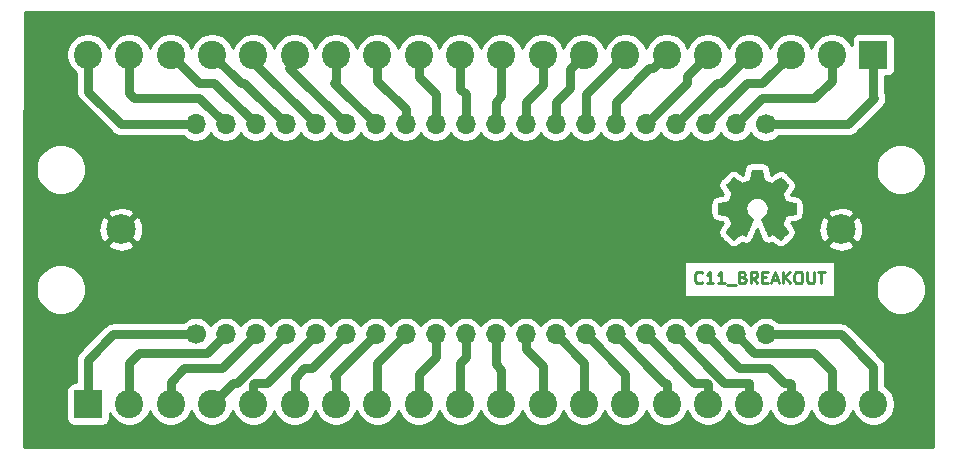
<source format=gbr>
G04 #@! TF.GenerationSoftware,KiCad,Pcbnew,5.1.5+dfsg1-2build2*
G04 #@! TF.CreationDate,2021-02-18T12:16:05-05:00*
G04 #@! TF.ProjectId,C11,4331312e-6b69-4636-9164-5f7063625858,rev?*
G04 #@! TF.SameCoordinates,Original*
G04 #@! TF.FileFunction,Copper,L1,Top*
G04 #@! TF.FilePolarity,Positive*
%FSLAX46Y46*%
G04 Gerber Fmt 4.6, Leading zero omitted, Abs format (unit mm)*
G04 Created by KiCad (PCBNEW 5.1.5+dfsg1-2build2) date 2021-02-18 12:16:05*
%MOMM*%
%LPD*%
G04 APERTURE LIST*
%ADD10C,0.250000*%
%ADD11C,0.010000*%
%ADD12O,1.700000X1.700000*%
%ADD13C,1.700000*%
%ADD14C,2.400000*%
%ADD15R,2.400000X2.400000*%
%ADD16C,2.499360*%
%ADD17C,0.750000*%
%ADD18C,0.254000*%
G04 APERTURE END LIST*
D10*
X78123066Y-43537142D02*
X78075447Y-43584761D01*
X77932590Y-43632380D01*
X77837352Y-43632380D01*
X77694495Y-43584761D01*
X77599257Y-43489523D01*
X77551638Y-43394285D01*
X77504019Y-43203809D01*
X77504019Y-43060952D01*
X77551638Y-42870476D01*
X77599257Y-42775238D01*
X77694495Y-42680000D01*
X77837352Y-42632380D01*
X77932590Y-42632380D01*
X78075447Y-42680000D01*
X78123066Y-42727619D01*
X79075447Y-43632380D02*
X78504019Y-43632380D01*
X78789733Y-43632380D02*
X78789733Y-42632380D01*
X78694495Y-42775238D01*
X78599257Y-42870476D01*
X78504019Y-42918095D01*
X80027828Y-43632380D02*
X79456400Y-43632380D01*
X79742114Y-43632380D02*
X79742114Y-42632380D01*
X79646876Y-42775238D01*
X79551638Y-42870476D01*
X79456400Y-42918095D01*
X80218304Y-43727619D02*
X80980209Y-43727619D01*
X81551638Y-43108571D02*
X81694495Y-43156190D01*
X81742114Y-43203809D01*
X81789733Y-43299047D01*
X81789733Y-43441904D01*
X81742114Y-43537142D01*
X81694495Y-43584761D01*
X81599257Y-43632380D01*
X81218304Y-43632380D01*
X81218304Y-42632380D01*
X81551638Y-42632380D01*
X81646876Y-42680000D01*
X81694495Y-42727619D01*
X81742114Y-42822857D01*
X81742114Y-42918095D01*
X81694495Y-43013333D01*
X81646876Y-43060952D01*
X81551638Y-43108571D01*
X81218304Y-43108571D01*
X82789733Y-43632380D02*
X82456400Y-43156190D01*
X82218304Y-43632380D02*
X82218304Y-42632380D01*
X82599257Y-42632380D01*
X82694495Y-42680000D01*
X82742114Y-42727619D01*
X82789733Y-42822857D01*
X82789733Y-42965714D01*
X82742114Y-43060952D01*
X82694495Y-43108571D01*
X82599257Y-43156190D01*
X82218304Y-43156190D01*
X83218304Y-43108571D02*
X83551638Y-43108571D01*
X83694495Y-43632380D02*
X83218304Y-43632380D01*
X83218304Y-42632380D01*
X83694495Y-42632380D01*
X84075447Y-43346666D02*
X84551638Y-43346666D01*
X83980209Y-43632380D02*
X84313542Y-42632380D01*
X84646876Y-43632380D01*
X84980209Y-43632380D02*
X84980209Y-42632380D01*
X85551638Y-43632380D02*
X85123066Y-43060952D01*
X85551638Y-42632380D02*
X84980209Y-43203809D01*
X86170685Y-42632380D02*
X86361161Y-42632380D01*
X86456400Y-42680000D01*
X86551638Y-42775238D01*
X86599257Y-42965714D01*
X86599257Y-43299047D01*
X86551638Y-43489523D01*
X86456400Y-43584761D01*
X86361161Y-43632380D01*
X86170685Y-43632380D01*
X86075447Y-43584761D01*
X85980209Y-43489523D01*
X85932590Y-43299047D01*
X85932590Y-42965714D01*
X85980209Y-42775238D01*
X86075447Y-42680000D01*
X86170685Y-42632380D01*
X87027828Y-42632380D02*
X87027828Y-43441904D01*
X87075447Y-43537142D01*
X87123066Y-43584761D01*
X87218304Y-43632380D01*
X87408780Y-43632380D01*
X87504019Y-43584761D01*
X87551638Y-43537142D01*
X87599257Y-43441904D01*
X87599257Y-42632380D01*
X87932590Y-42632380D02*
X88504019Y-42632380D01*
X88218304Y-43632380D02*
X88218304Y-42632380D01*
D11*
G36*
X83309014Y-34451331D02*
G01*
X83392835Y-34895955D01*
X83702120Y-35023453D01*
X84011406Y-35150951D01*
X84382446Y-34898646D01*
X84486357Y-34828396D01*
X84580287Y-34765672D01*
X84659852Y-34713338D01*
X84720670Y-34674257D01*
X84758357Y-34651293D01*
X84768621Y-34646342D01*
X84787110Y-34659076D01*
X84826620Y-34694282D01*
X84882722Y-34747462D01*
X84950987Y-34814118D01*
X85026986Y-34889754D01*
X85106292Y-34969872D01*
X85184475Y-35049974D01*
X85257107Y-35125564D01*
X85319759Y-35192145D01*
X85368003Y-35245218D01*
X85397410Y-35280287D01*
X85404441Y-35292023D01*
X85394323Y-35313660D01*
X85365959Y-35361062D01*
X85322329Y-35429593D01*
X85266418Y-35514615D01*
X85201206Y-35611493D01*
X85163419Y-35666750D01*
X85094543Y-35767648D01*
X85033340Y-35858699D01*
X84982778Y-35935370D01*
X84945828Y-35993128D01*
X84925458Y-36027443D01*
X84922397Y-36034654D01*
X84929336Y-36055148D01*
X84948251Y-36102913D01*
X84976287Y-36171232D01*
X85010591Y-36253389D01*
X85048309Y-36342670D01*
X85086587Y-36432358D01*
X85122570Y-36515738D01*
X85153406Y-36586094D01*
X85176239Y-36636710D01*
X85188217Y-36660871D01*
X85188924Y-36661822D01*
X85207731Y-36666436D01*
X85257818Y-36676728D01*
X85333993Y-36691687D01*
X85431065Y-36710301D01*
X85543843Y-36731559D01*
X85609642Y-36743818D01*
X85730150Y-36766762D01*
X85838997Y-36788595D01*
X85930676Y-36808122D01*
X85999681Y-36824148D01*
X86040504Y-36835479D01*
X86048711Y-36839074D01*
X86056748Y-36863406D01*
X86063233Y-36918359D01*
X86068170Y-36997508D01*
X86071564Y-37094426D01*
X86073418Y-37202687D01*
X86073738Y-37315865D01*
X86072527Y-37427535D01*
X86069790Y-37531268D01*
X86065531Y-37620641D01*
X86059755Y-37689226D01*
X86052467Y-37730597D01*
X86048095Y-37739210D01*
X86021964Y-37749533D01*
X85966593Y-37764292D01*
X85889307Y-37781752D01*
X85797430Y-37800180D01*
X85765358Y-37806141D01*
X85610724Y-37834466D01*
X85488575Y-37857276D01*
X85394873Y-37875480D01*
X85325584Y-37889983D01*
X85276671Y-37901692D01*
X85244097Y-37911515D01*
X85223828Y-37920356D01*
X85211826Y-37929124D01*
X85210147Y-37930857D01*
X85193384Y-37958771D01*
X85167814Y-38013095D01*
X85135988Y-38087177D01*
X85100460Y-38174365D01*
X85063783Y-38268008D01*
X85028511Y-38361452D01*
X84997196Y-38448047D01*
X84972393Y-38521140D01*
X84956654Y-38574078D01*
X84952532Y-38600211D01*
X84952876Y-38601126D01*
X84966841Y-38622486D01*
X84998522Y-38669484D01*
X85044591Y-38737227D01*
X85101718Y-38820823D01*
X85166573Y-38915382D01*
X85185043Y-38942254D01*
X85250899Y-39039675D01*
X85308850Y-39128563D01*
X85355738Y-39203812D01*
X85388407Y-39260320D01*
X85403700Y-39292981D01*
X85404441Y-39296993D01*
X85391592Y-39318084D01*
X85356088Y-39359864D01*
X85302493Y-39417845D01*
X85235371Y-39487535D01*
X85159287Y-39564445D01*
X85078804Y-39644083D01*
X84998487Y-39721961D01*
X84922899Y-39793586D01*
X84856605Y-39854470D01*
X84804169Y-39900121D01*
X84770155Y-39926050D01*
X84760745Y-39930283D01*
X84738843Y-39920312D01*
X84694000Y-39893420D01*
X84633521Y-39854136D01*
X84586989Y-39822517D01*
X84502675Y-39764498D01*
X84402826Y-39696184D01*
X84302673Y-39627979D01*
X84248827Y-39591475D01*
X84066571Y-39468200D01*
X83913581Y-39550920D01*
X83843882Y-39587159D01*
X83784614Y-39615326D01*
X83744511Y-39631391D01*
X83734303Y-39633626D01*
X83722029Y-39617122D01*
X83697813Y-39570482D01*
X83663463Y-39498009D01*
X83620788Y-39404006D01*
X83571594Y-39292774D01*
X83517690Y-39168615D01*
X83460884Y-39035832D01*
X83402982Y-38898727D01*
X83345793Y-38761602D01*
X83291124Y-38628758D01*
X83240784Y-38504498D01*
X83196580Y-38393125D01*
X83160319Y-38298939D01*
X83133809Y-38226244D01*
X83118858Y-38179341D01*
X83116454Y-38163233D01*
X83135511Y-38142686D01*
X83177236Y-38109333D01*
X83232906Y-38070102D01*
X83237578Y-38066999D01*
X83381464Y-37951823D01*
X83497483Y-37817453D01*
X83584630Y-37668184D01*
X83641899Y-37508313D01*
X83668286Y-37342137D01*
X83662785Y-37173952D01*
X83624390Y-37008055D01*
X83552095Y-36848742D01*
X83530826Y-36813887D01*
X83420196Y-36673137D01*
X83289502Y-36560114D01*
X83143264Y-36475403D01*
X82986008Y-36419594D01*
X82822257Y-36393274D01*
X82656533Y-36397030D01*
X82493362Y-36431450D01*
X82337265Y-36497123D01*
X82192767Y-36594635D01*
X82148069Y-36634213D01*
X82034312Y-36758103D01*
X81951418Y-36888524D01*
X81894556Y-37034715D01*
X81862887Y-37179488D01*
X81855069Y-37342260D01*
X81881138Y-37505840D01*
X81938445Y-37664698D01*
X82024344Y-37813306D01*
X82136186Y-37946135D01*
X82271323Y-38057656D01*
X82289083Y-38069411D01*
X82345350Y-38107908D01*
X82388123Y-38141263D01*
X82408572Y-38162560D01*
X82408869Y-38163233D01*
X82404479Y-38186271D01*
X82387076Y-38238557D01*
X82358468Y-38315790D01*
X82320465Y-38413668D01*
X82274874Y-38527891D01*
X82223503Y-38654158D01*
X82168162Y-38788167D01*
X82110658Y-38925618D01*
X82052801Y-39062208D01*
X81996398Y-39193637D01*
X81943258Y-39315605D01*
X81895190Y-39423809D01*
X81854001Y-39513949D01*
X81821501Y-39581723D01*
X81799497Y-39622830D01*
X81790636Y-39633626D01*
X81763560Y-39625219D01*
X81712897Y-39602672D01*
X81647383Y-39570013D01*
X81611359Y-39550920D01*
X81458368Y-39468200D01*
X81276112Y-39591475D01*
X81183075Y-39654628D01*
X81081215Y-39724127D01*
X80985762Y-39789565D01*
X80937950Y-39822517D01*
X80870705Y-39867673D01*
X80813764Y-39903457D01*
X80774554Y-39925338D01*
X80761819Y-39929963D01*
X80743283Y-39917485D01*
X80702259Y-39882652D01*
X80642725Y-39829078D01*
X80568658Y-39760383D01*
X80484035Y-39680181D01*
X80430515Y-39628686D01*
X80336881Y-39536686D01*
X80255959Y-39454399D01*
X80191023Y-39385345D01*
X80145342Y-39333044D01*
X80122189Y-39301016D01*
X80119968Y-39294516D01*
X80130276Y-39269794D01*
X80158761Y-39219805D01*
X80202263Y-39149612D01*
X80257623Y-39064275D01*
X80321680Y-38968856D01*
X80339897Y-38942254D01*
X80406273Y-38845567D01*
X80465822Y-38758517D01*
X80515216Y-38685995D01*
X80551125Y-38632893D01*
X80570219Y-38604103D01*
X80572064Y-38601126D01*
X80569305Y-38578182D01*
X80554662Y-38527736D01*
X80530687Y-38456441D01*
X80499934Y-38370947D01*
X80464956Y-38277907D01*
X80428307Y-38183974D01*
X80392539Y-38095799D01*
X80360206Y-38020034D01*
X80333862Y-37963331D01*
X80316058Y-37932343D01*
X80314793Y-37930857D01*
X80303906Y-37922001D01*
X80285518Y-37913243D01*
X80255594Y-37903677D01*
X80210097Y-37892396D01*
X80144991Y-37878493D01*
X80056239Y-37861063D01*
X79939807Y-37839198D01*
X79791658Y-37811991D01*
X79759582Y-37806141D01*
X79664514Y-37787774D01*
X79581635Y-37769805D01*
X79518270Y-37753969D01*
X79481742Y-37742000D01*
X79476844Y-37739210D01*
X79468773Y-37714472D01*
X79462213Y-37659190D01*
X79457167Y-37579789D01*
X79453641Y-37482696D01*
X79451639Y-37374338D01*
X79451164Y-37261140D01*
X79452223Y-37149528D01*
X79454818Y-37045929D01*
X79458954Y-36956768D01*
X79464637Y-36888472D01*
X79471869Y-36847466D01*
X79476229Y-36839074D01*
X79500502Y-36830608D01*
X79555774Y-36816835D01*
X79636538Y-36798950D01*
X79737288Y-36778148D01*
X79852517Y-36755623D01*
X79915298Y-36743818D01*
X80034413Y-36721551D01*
X80140635Y-36701379D01*
X80228773Y-36684315D01*
X80293634Y-36671369D01*
X80330026Y-36663555D01*
X80336016Y-36661822D01*
X80346139Y-36642290D01*
X80367538Y-36595243D01*
X80397361Y-36527403D01*
X80432755Y-36445491D01*
X80470868Y-36356228D01*
X80508847Y-36266335D01*
X80543840Y-36182535D01*
X80572994Y-36111547D01*
X80593457Y-36060094D01*
X80602377Y-36034897D01*
X80602543Y-36033796D01*
X80592431Y-36013919D01*
X80564083Y-35968177D01*
X80520477Y-35901117D01*
X80464594Y-35817284D01*
X80399413Y-35721226D01*
X80361521Y-35666050D01*
X80292475Y-35564881D01*
X80231150Y-35473030D01*
X80180537Y-35395144D01*
X80143629Y-35335869D01*
X80123418Y-35299851D01*
X80120499Y-35291777D01*
X80133047Y-35272984D01*
X80167737Y-35232857D01*
X80220137Y-35175893D01*
X80285816Y-35106585D01*
X80360344Y-35029431D01*
X80439287Y-34948925D01*
X80518217Y-34869563D01*
X80592700Y-34795840D01*
X80658306Y-34732252D01*
X80710604Y-34683294D01*
X80745161Y-34653461D01*
X80756722Y-34646342D01*
X80775546Y-34656353D01*
X80820569Y-34684478D01*
X80887413Y-34727854D01*
X80971701Y-34783618D01*
X81069056Y-34848906D01*
X81142493Y-34898646D01*
X81513533Y-35150951D01*
X82132105Y-34895955D01*
X82215925Y-34451331D01*
X82299746Y-34006707D01*
X83225194Y-34006707D01*
X83309014Y-34451331D01*
G37*
X83309014Y-34451331D02*
X83392835Y-34895955D01*
X83702120Y-35023453D01*
X84011406Y-35150951D01*
X84382446Y-34898646D01*
X84486357Y-34828396D01*
X84580287Y-34765672D01*
X84659852Y-34713338D01*
X84720670Y-34674257D01*
X84758357Y-34651293D01*
X84768621Y-34646342D01*
X84787110Y-34659076D01*
X84826620Y-34694282D01*
X84882722Y-34747462D01*
X84950987Y-34814118D01*
X85026986Y-34889754D01*
X85106292Y-34969872D01*
X85184475Y-35049974D01*
X85257107Y-35125564D01*
X85319759Y-35192145D01*
X85368003Y-35245218D01*
X85397410Y-35280287D01*
X85404441Y-35292023D01*
X85394323Y-35313660D01*
X85365959Y-35361062D01*
X85322329Y-35429593D01*
X85266418Y-35514615D01*
X85201206Y-35611493D01*
X85163419Y-35666750D01*
X85094543Y-35767648D01*
X85033340Y-35858699D01*
X84982778Y-35935370D01*
X84945828Y-35993128D01*
X84925458Y-36027443D01*
X84922397Y-36034654D01*
X84929336Y-36055148D01*
X84948251Y-36102913D01*
X84976287Y-36171232D01*
X85010591Y-36253389D01*
X85048309Y-36342670D01*
X85086587Y-36432358D01*
X85122570Y-36515738D01*
X85153406Y-36586094D01*
X85176239Y-36636710D01*
X85188217Y-36660871D01*
X85188924Y-36661822D01*
X85207731Y-36666436D01*
X85257818Y-36676728D01*
X85333993Y-36691687D01*
X85431065Y-36710301D01*
X85543843Y-36731559D01*
X85609642Y-36743818D01*
X85730150Y-36766762D01*
X85838997Y-36788595D01*
X85930676Y-36808122D01*
X85999681Y-36824148D01*
X86040504Y-36835479D01*
X86048711Y-36839074D01*
X86056748Y-36863406D01*
X86063233Y-36918359D01*
X86068170Y-36997508D01*
X86071564Y-37094426D01*
X86073418Y-37202687D01*
X86073738Y-37315865D01*
X86072527Y-37427535D01*
X86069790Y-37531268D01*
X86065531Y-37620641D01*
X86059755Y-37689226D01*
X86052467Y-37730597D01*
X86048095Y-37739210D01*
X86021964Y-37749533D01*
X85966593Y-37764292D01*
X85889307Y-37781752D01*
X85797430Y-37800180D01*
X85765358Y-37806141D01*
X85610724Y-37834466D01*
X85488575Y-37857276D01*
X85394873Y-37875480D01*
X85325584Y-37889983D01*
X85276671Y-37901692D01*
X85244097Y-37911515D01*
X85223828Y-37920356D01*
X85211826Y-37929124D01*
X85210147Y-37930857D01*
X85193384Y-37958771D01*
X85167814Y-38013095D01*
X85135988Y-38087177D01*
X85100460Y-38174365D01*
X85063783Y-38268008D01*
X85028511Y-38361452D01*
X84997196Y-38448047D01*
X84972393Y-38521140D01*
X84956654Y-38574078D01*
X84952532Y-38600211D01*
X84952876Y-38601126D01*
X84966841Y-38622486D01*
X84998522Y-38669484D01*
X85044591Y-38737227D01*
X85101718Y-38820823D01*
X85166573Y-38915382D01*
X85185043Y-38942254D01*
X85250899Y-39039675D01*
X85308850Y-39128563D01*
X85355738Y-39203812D01*
X85388407Y-39260320D01*
X85403700Y-39292981D01*
X85404441Y-39296993D01*
X85391592Y-39318084D01*
X85356088Y-39359864D01*
X85302493Y-39417845D01*
X85235371Y-39487535D01*
X85159287Y-39564445D01*
X85078804Y-39644083D01*
X84998487Y-39721961D01*
X84922899Y-39793586D01*
X84856605Y-39854470D01*
X84804169Y-39900121D01*
X84770155Y-39926050D01*
X84760745Y-39930283D01*
X84738843Y-39920312D01*
X84694000Y-39893420D01*
X84633521Y-39854136D01*
X84586989Y-39822517D01*
X84502675Y-39764498D01*
X84402826Y-39696184D01*
X84302673Y-39627979D01*
X84248827Y-39591475D01*
X84066571Y-39468200D01*
X83913581Y-39550920D01*
X83843882Y-39587159D01*
X83784614Y-39615326D01*
X83744511Y-39631391D01*
X83734303Y-39633626D01*
X83722029Y-39617122D01*
X83697813Y-39570482D01*
X83663463Y-39498009D01*
X83620788Y-39404006D01*
X83571594Y-39292774D01*
X83517690Y-39168615D01*
X83460884Y-39035832D01*
X83402982Y-38898727D01*
X83345793Y-38761602D01*
X83291124Y-38628758D01*
X83240784Y-38504498D01*
X83196580Y-38393125D01*
X83160319Y-38298939D01*
X83133809Y-38226244D01*
X83118858Y-38179341D01*
X83116454Y-38163233D01*
X83135511Y-38142686D01*
X83177236Y-38109333D01*
X83232906Y-38070102D01*
X83237578Y-38066999D01*
X83381464Y-37951823D01*
X83497483Y-37817453D01*
X83584630Y-37668184D01*
X83641899Y-37508313D01*
X83668286Y-37342137D01*
X83662785Y-37173952D01*
X83624390Y-37008055D01*
X83552095Y-36848742D01*
X83530826Y-36813887D01*
X83420196Y-36673137D01*
X83289502Y-36560114D01*
X83143264Y-36475403D01*
X82986008Y-36419594D01*
X82822257Y-36393274D01*
X82656533Y-36397030D01*
X82493362Y-36431450D01*
X82337265Y-36497123D01*
X82192767Y-36594635D01*
X82148069Y-36634213D01*
X82034312Y-36758103D01*
X81951418Y-36888524D01*
X81894556Y-37034715D01*
X81862887Y-37179488D01*
X81855069Y-37342260D01*
X81881138Y-37505840D01*
X81938445Y-37664698D01*
X82024344Y-37813306D01*
X82136186Y-37946135D01*
X82271323Y-38057656D01*
X82289083Y-38069411D01*
X82345350Y-38107908D01*
X82388123Y-38141263D01*
X82408572Y-38162560D01*
X82408869Y-38163233D01*
X82404479Y-38186271D01*
X82387076Y-38238557D01*
X82358468Y-38315790D01*
X82320465Y-38413668D01*
X82274874Y-38527891D01*
X82223503Y-38654158D01*
X82168162Y-38788167D01*
X82110658Y-38925618D01*
X82052801Y-39062208D01*
X81996398Y-39193637D01*
X81943258Y-39315605D01*
X81895190Y-39423809D01*
X81854001Y-39513949D01*
X81821501Y-39581723D01*
X81799497Y-39622830D01*
X81790636Y-39633626D01*
X81763560Y-39625219D01*
X81712897Y-39602672D01*
X81647383Y-39570013D01*
X81611359Y-39550920D01*
X81458368Y-39468200D01*
X81276112Y-39591475D01*
X81183075Y-39654628D01*
X81081215Y-39724127D01*
X80985762Y-39789565D01*
X80937950Y-39822517D01*
X80870705Y-39867673D01*
X80813764Y-39903457D01*
X80774554Y-39925338D01*
X80761819Y-39929963D01*
X80743283Y-39917485D01*
X80702259Y-39882652D01*
X80642725Y-39829078D01*
X80568658Y-39760383D01*
X80484035Y-39680181D01*
X80430515Y-39628686D01*
X80336881Y-39536686D01*
X80255959Y-39454399D01*
X80191023Y-39385345D01*
X80145342Y-39333044D01*
X80122189Y-39301016D01*
X80119968Y-39294516D01*
X80130276Y-39269794D01*
X80158761Y-39219805D01*
X80202263Y-39149612D01*
X80257623Y-39064275D01*
X80321680Y-38968856D01*
X80339897Y-38942254D01*
X80406273Y-38845567D01*
X80465822Y-38758517D01*
X80515216Y-38685995D01*
X80551125Y-38632893D01*
X80570219Y-38604103D01*
X80572064Y-38601126D01*
X80569305Y-38578182D01*
X80554662Y-38527736D01*
X80530687Y-38456441D01*
X80499934Y-38370947D01*
X80464956Y-38277907D01*
X80428307Y-38183974D01*
X80392539Y-38095799D01*
X80360206Y-38020034D01*
X80333862Y-37963331D01*
X80316058Y-37932343D01*
X80314793Y-37930857D01*
X80303906Y-37922001D01*
X80285518Y-37913243D01*
X80255594Y-37903677D01*
X80210097Y-37892396D01*
X80144991Y-37878493D01*
X80056239Y-37861063D01*
X79939807Y-37839198D01*
X79791658Y-37811991D01*
X79759582Y-37806141D01*
X79664514Y-37787774D01*
X79581635Y-37769805D01*
X79518270Y-37753969D01*
X79481742Y-37742000D01*
X79476844Y-37739210D01*
X79468773Y-37714472D01*
X79462213Y-37659190D01*
X79457167Y-37579789D01*
X79453641Y-37482696D01*
X79451639Y-37374338D01*
X79451164Y-37261140D01*
X79452223Y-37149528D01*
X79454818Y-37045929D01*
X79458954Y-36956768D01*
X79464637Y-36888472D01*
X79471869Y-36847466D01*
X79476229Y-36839074D01*
X79500502Y-36830608D01*
X79555774Y-36816835D01*
X79636538Y-36798950D01*
X79737288Y-36778148D01*
X79852517Y-36755623D01*
X79915298Y-36743818D01*
X80034413Y-36721551D01*
X80140635Y-36701379D01*
X80228773Y-36684315D01*
X80293634Y-36671369D01*
X80330026Y-36663555D01*
X80336016Y-36661822D01*
X80346139Y-36642290D01*
X80367538Y-36595243D01*
X80397361Y-36527403D01*
X80432755Y-36445491D01*
X80470868Y-36356228D01*
X80508847Y-36266335D01*
X80543840Y-36182535D01*
X80572994Y-36111547D01*
X80593457Y-36060094D01*
X80602377Y-36034897D01*
X80602543Y-36033796D01*
X80592431Y-36013919D01*
X80564083Y-35968177D01*
X80520477Y-35901117D01*
X80464594Y-35817284D01*
X80399413Y-35721226D01*
X80361521Y-35666050D01*
X80292475Y-35564881D01*
X80231150Y-35473030D01*
X80180537Y-35395144D01*
X80143629Y-35335869D01*
X80123418Y-35299851D01*
X80120499Y-35291777D01*
X80133047Y-35272984D01*
X80167737Y-35232857D01*
X80220137Y-35175893D01*
X80285816Y-35106585D01*
X80360344Y-35029431D01*
X80439287Y-34948925D01*
X80518217Y-34869563D01*
X80592700Y-34795840D01*
X80658306Y-34732252D01*
X80710604Y-34683294D01*
X80745161Y-34653461D01*
X80756722Y-34646342D01*
X80775546Y-34656353D01*
X80820569Y-34684478D01*
X80887413Y-34727854D01*
X80971701Y-34783618D01*
X81069056Y-34848906D01*
X81142493Y-34898646D01*
X81513533Y-35150951D01*
X82132105Y-34895955D01*
X82215925Y-34451331D01*
X82299746Y-34006707D01*
X83225194Y-34006707D01*
X83309014Y-34451331D01*
D12*
X83500000Y-47940000D03*
X80960000Y-47940000D03*
X78420000Y-47940000D03*
X75880000Y-47940000D03*
X73340000Y-47940000D03*
X70800000Y-47940000D03*
X68260000Y-47940000D03*
X65720000Y-47940000D03*
X63180000Y-47940000D03*
X60640000Y-47940000D03*
X58100000Y-47940000D03*
X55560000Y-47940000D03*
X53020000Y-47940000D03*
X50480000Y-47940000D03*
X47940000Y-47940000D03*
X45400000Y-47940000D03*
X42860000Y-47940000D03*
X40320000Y-47940000D03*
X37780000Y-47940000D03*
D13*
X35240000Y-47940000D03*
D14*
X92620000Y-53843000D03*
X89120000Y-53843000D03*
X85620000Y-53843000D03*
X82120000Y-53843000D03*
X78620000Y-53843000D03*
X75120000Y-53843000D03*
X71620000Y-53843000D03*
X68120000Y-53843000D03*
X64620000Y-53843000D03*
X61120000Y-53843000D03*
X57620000Y-53843000D03*
X54120000Y-53843000D03*
X50620000Y-53843000D03*
X47120000Y-53843000D03*
X43620000Y-53843000D03*
X40120000Y-53843000D03*
X36620000Y-53843000D03*
X33120000Y-53843000D03*
X29620000Y-53843000D03*
D15*
X26120000Y-53843000D03*
D12*
X35240000Y-30160000D03*
X37780000Y-30160000D03*
X40320000Y-30160000D03*
X42860000Y-30160000D03*
X45400000Y-30160000D03*
X47940000Y-30160000D03*
X50480000Y-30160000D03*
X53020000Y-30160000D03*
X55560000Y-30160000D03*
X58100000Y-30160000D03*
X60640000Y-30160000D03*
X63180000Y-30160000D03*
X65720000Y-30160000D03*
X68260000Y-30160000D03*
X70800000Y-30160000D03*
X73340000Y-30160000D03*
X75880000Y-30160000D03*
X78420000Y-30160000D03*
X80960000Y-30160000D03*
D13*
X83500000Y-30160000D03*
D14*
X26120000Y-24257000D03*
X29620000Y-24257000D03*
X33120000Y-24257000D03*
X36620000Y-24257000D03*
X40120000Y-24257000D03*
X43620000Y-24257000D03*
X47120000Y-24257000D03*
X50620000Y-24257000D03*
X54120000Y-24257000D03*
X57620000Y-24257000D03*
X61120000Y-24257000D03*
X64620000Y-24257000D03*
X68120000Y-24257000D03*
X71620000Y-24257000D03*
X75120000Y-24257000D03*
X78620000Y-24257000D03*
X82120000Y-24257000D03*
X85620000Y-24257000D03*
X89120000Y-24257000D03*
D15*
X92620000Y-24257000D03*
D16*
X89850000Y-39050000D03*
X28890000Y-39050000D03*
D17*
X47940000Y-30160000D02*
X43180000Y-25400000D01*
X43620000Y-24960000D02*
X43620000Y-24257000D01*
X43180000Y-25400000D02*
X43620000Y-24960000D01*
X50480000Y-30160000D02*
X46990000Y-26670000D01*
X47120000Y-26540000D02*
X47120000Y-24257000D01*
X46990000Y-26670000D02*
X47120000Y-26540000D01*
X53020000Y-30160000D02*
X53020000Y-28890000D01*
X50620000Y-26490000D02*
X50620000Y-24257000D01*
X53020000Y-28890000D02*
X50620000Y-26490000D01*
X55560000Y-30160000D02*
X55560000Y-27620000D01*
X54120000Y-26180000D02*
X54120000Y-24257000D01*
X55560000Y-27620000D02*
X54120000Y-26180000D01*
X58100000Y-30160000D02*
X58100000Y-27620000D01*
X57620000Y-27140000D02*
X57620000Y-24257000D01*
X58100000Y-27620000D02*
X57620000Y-27140000D01*
X60640000Y-30160000D02*
X60640000Y-28260000D01*
X61120000Y-27780000D02*
X61120000Y-24257000D01*
X60640000Y-28260000D02*
X61120000Y-27780000D01*
X63180000Y-30160000D02*
X63180000Y-28260000D01*
X64620000Y-26820000D02*
X64620000Y-24257000D01*
X63180000Y-28260000D02*
X64620000Y-26820000D01*
X65720000Y-30160000D02*
X65720000Y-28260000D01*
X66920001Y-25456999D02*
X66920001Y-27059999D01*
X68120000Y-24257000D02*
X66920001Y-25456999D01*
X66920001Y-27059999D02*
X65720000Y-28260000D01*
X68260000Y-27617000D02*
X71620000Y-24257000D01*
X68260000Y-30160000D02*
X68260000Y-27617000D01*
X73977000Y-25400000D02*
X75120000Y-24257000D01*
X73660000Y-25400000D02*
X73977000Y-25400000D01*
X70800000Y-28260000D02*
X73660000Y-25400000D01*
X70800000Y-30160000D02*
X70800000Y-28260000D01*
X73340000Y-30160000D02*
X76830000Y-26670000D01*
X76830000Y-26047000D02*
X78620000Y-24257000D01*
X76830000Y-26670000D02*
X76830000Y-26047000D01*
X75880000Y-30160000D02*
X79370000Y-26670000D01*
X79707000Y-26670000D02*
X82120000Y-24257000D01*
X79370000Y-26670000D02*
X79707000Y-26670000D01*
X78420000Y-30160000D02*
X81910000Y-26670000D01*
X83207000Y-26670000D02*
X85620000Y-24257000D01*
X81910000Y-26670000D02*
X83207000Y-26670000D01*
X89120000Y-26450000D02*
X89120000Y-24257000D01*
X87630000Y-27940000D02*
X89120000Y-26450000D01*
X83180000Y-27940000D02*
X87630000Y-27940000D01*
X80960000Y-30160000D02*
X83180000Y-27940000D01*
X83500000Y-30160000D02*
X90490000Y-30160000D01*
X90490000Y-30160000D02*
X92710000Y-27940000D01*
X92620000Y-27850000D02*
X92620000Y-24257000D01*
X92710000Y-27940000D02*
X92620000Y-27850000D01*
X35240000Y-30160000D02*
X28890000Y-30160000D01*
X26120000Y-27390000D02*
X26120000Y-24257000D01*
X28890000Y-30160000D02*
X26120000Y-27390000D01*
X35560000Y-27940000D02*
X37780000Y-30160000D01*
X30030000Y-27940000D02*
X35560000Y-27940000D01*
X29620000Y-27530000D02*
X30030000Y-27940000D01*
X29620000Y-24257000D02*
X29620000Y-27530000D01*
X35533000Y-26670000D02*
X33120000Y-24257000D01*
X36830000Y-26670000D02*
X35533000Y-26670000D01*
X40320000Y-30160000D02*
X36830000Y-26670000D01*
X42860000Y-30160000D02*
X39370000Y-26670000D01*
X39033000Y-26670000D02*
X36620000Y-24257000D01*
X39370000Y-26670000D02*
X39033000Y-26670000D01*
X40120000Y-24880000D02*
X40120000Y-24257000D01*
X45400000Y-30160000D02*
X40120000Y-24880000D01*
X75120000Y-52145944D02*
X75120000Y-53843000D01*
X75044056Y-52070000D02*
X75120000Y-52145944D01*
X74930000Y-52070000D02*
X75044056Y-52070000D01*
X70800000Y-47940000D02*
X74930000Y-52070000D01*
X71620000Y-51300000D02*
X71620000Y-53843000D01*
X68260000Y-47940000D02*
X71620000Y-51300000D01*
X68120000Y-50340000D02*
X68120000Y-53843000D01*
X65720000Y-47940000D02*
X68120000Y-50340000D01*
X63180000Y-47940000D02*
X63180000Y-49210000D01*
X64620000Y-50650000D02*
X64620000Y-53843000D01*
X63180000Y-49210000D02*
X64620000Y-50650000D01*
X60640000Y-47940000D02*
X60640000Y-50480000D01*
X61120000Y-50960000D02*
X61120000Y-53843000D01*
X60640000Y-50480000D02*
X61120000Y-50960000D01*
X58100000Y-47940000D02*
X58100000Y-49850000D01*
X57620000Y-50330000D02*
X57620000Y-53843000D01*
X58100000Y-49850000D02*
X57620000Y-50330000D01*
X55560000Y-47940000D02*
X55560000Y-49850000D01*
X54120000Y-51290000D02*
X54120000Y-53843000D01*
X55560000Y-49850000D02*
X54120000Y-51290000D01*
X50620000Y-50340000D02*
X50620000Y-53843000D01*
X53020000Y-47940000D02*
X50620000Y-50340000D01*
X50480000Y-47940000D02*
X46990000Y-51430000D01*
X47120000Y-51560000D02*
X47120000Y-53843000D01*
X46990000Y-51430000D02*
X47120000Y-51560000D01*
X47940000Y-47940000D02*
X45080000Y-50800000D01*
X45080000Y-50800000D02*
X44450000Y-50800000D01*
X43620000Y-51630000D02*
X43620000Y-53843000D01*
X44450000Y-50800000D02*
X43620000Y-51630000D01*
X45400000Y-47940000D02*
X41270000Y-52070000D01*
X40120000Y-52145944D02*
X40120000Y-53843000D01*
X40195944Y-52070000D02*
X40120000Y-52145944D01*
X41270000Y-52070000D02*
X40195944Y-52070000D01*
X42860000Y-47940000D02*
X38730000Y-52070000D01*
X38393000Y-52070000D02*
X36620000Y-53843000D01*
X38730000Y-52070000D02*
X38393000Y-52070000D01*
X40320000Y-47940000D02*
X37460000Y-50800000D01*
X37460000Y-50800000D02*
X34290000Y-50800000D01*
X33120000Y-51970000D02*
X33120000Y-53843000D01*
X34290000Y-50800000D02*
X33120000Y-51970000D01*
X37780000Y-47940000D02*
X36190000Y-49530000D01*
X36190000Y-49530000D02*
X30480000Y-49530000D01*
X29620000Y-50390000D02*
X29620000Y-53843000D01*
X30480000Y-49530000D02*
X29620000Y-50390000D01*
X35240000Y-47940000D02*
X28260000Y-47940000D01*
X26120000Y-50080000D02*
X26120000Y-53843000D01*
X28260000Y-47940000D02*
X26120000Y-50080000D01*
X83500000Y-47940000D02*
X89850000Y-47940000D01*
X92620000Y-50710000D02*
X92620000Y-53843000D01*
X89850000Y-47940000D02*
X92620000Y-50710000D01*
X87630000Y-49530000D02*
X89120000Y-51020000D01*
X82550000Y-49530000D02*
X87630000Y-49530000D01*
X89120000Y-51020000D02*
X89120000Y-53843000D01*
X80960000Y-47940000D02*
X82550000Y-49530000D01*
X78420000Y-47940000D02*
X81280000Y-50800000D01*
X81280000Y-50800000D02*
X83820000Y-50800000D01*
X83820000Y-50800000D02*
X85090000Y-52070000D01*
X85620000Y-52145944D02*
X85620000Y-53843000D01*
X85544056Y-52070000D02*
X85620000Y-52145944D01*
X85090000Y-52070000D02*
X85544056Y-52070000D01*
X82120000Y-52145944D02*
X82120000Y-53843000D01*
X82044056Y-52070000D02*
X82120000Y-52145944D01*
X80010000Y-52070000D02*
X82044056Y-52070000D01*
X75880000Y-47940000D02*
X80010000Y-52070000D01*
X73340000Y-47940000D02*
X77470000Y-52070000D01*
X78620000Y-52145944D02*
X78620000Y-53843000D01*
X78544056Y-52070000D02*
X78620000Y-52145944D01*
X77470000Y-52070000D02*
X78544056Y-52070000D01*
D18*
G36*
X97663000Y-57440000D02*
G01*
X20726532Y-57440000D01*
X20729817Y-52643000D01*
X24281928Y-52643000D01*
X24281928Y-55043000D01*
X24294188Y-55167482D01*
X24330498Y-55287180D01*
X24389463Y-55397494D01*
X24468815Y-55494185D01*
X24565506Y-55573537D01*
X24675820Y-55632502D01*
X24795518Y-55668812D01*
X24920000Y-55681072D01*
X27320000Y-55681072D01*
X27444482Y-55668812D01*
X27564180Y-55632502D01*
X27674494Y-55573537D01*
X27771185Y-55494185D01*
X27850537Y-55397494D01*
X27909502Y-55287180D01*
X27945812Y-55167482D01*
X27958072Y-55043000D01*
X27958072Y-54625838D01*
X27993844Y-54712199D01*
X28194662Y-55012744D01*
X28450256Y-55268338D01*
X28750801Y-55469156D01*
X29084750Y-55607482D01*
X29439268Y-55678000D01*
X29800732Y-55678000D01*
X30155250Y-55607482D01*
X30489199Y-55469156D01*
X30789744Y-55268338D01*
X31045338Y-55012744D01*
X31246156Y-54712199D01*
X31370000Y-54413213D01*
X31493844Y-54712199D01*
X31694662Y-55012744D01*
X31950256Y-55268338D01*
X32250801Y-55469156D01*
X32584750Y-55607482D01*
X32939268Y-55678000D01*
X33300732Y-55678000D01*
X33655250Y-55607482D01*
X33989199Y-55469156D01*
X34289744Y-55268338D01*
X34545338Y-55012744D01*
X34746156Y-54712199D01*
X34870000Y-54413213D01*
X34993844Y-54712199D01*
X35194662Y-55012744D01*
X35450256Y-55268338D01*
X35750801Y-55469156D01*
X36084750Y-55607482D01*
X36439268Y-55678000D01*
X36800732Y-55678000D01*
X37155250Y-55607482D01*
X37489199Y-55469156D01*
X37789744Y-55268338D01*
X38045338Y-55012744D01*
X38246156Y-54712199D01*
X38370000Y-54413213D01*
X38493844Y-54712199D01*
X38694662Y-55012744D01*
X38950256Y-55268338D01*
X39250801Y-55469156D01*
X39584750Y-55607482D01*
X39939268Y-55678000D01*
X40300732Y-55678000D01*
X40655250Y-55607482D01*
X40989199Y-55469156D01*
X41289744Y-55268338D01*
X41545338Y-55012744D01*
X41746156Y-54712199D01*
X41870000Y-54413213D01*
X41993844Y-54712199D01*
X42194662Y-55012744D01*
X42450256Y-55268338D01*
X42750801Y-55469156D01*
X43084750Y-55607482D01*
X43439268Y-55678000D01*
X43800732Y-55678000D01*
X44155250Y-55607482D01*
X44489199Y-55469156D01*
X44789744Y-55268338D01*
X45045338Y-55012744D01*
X45246156Y-54712199D01*
X45370000Y-54413213D01*
X45493844Y-54712199D01*
X45694662Y-55012744D01*
X45950256Y-55268338D01*
X46250801Y-55469156D01*
X46584750Y-55607482D01*
X46939268Y-55678000D01*
X47300732Y-55678000D01*
X47655250Y-55607482D01*
X47989199Y-55469156D01*
X48289744Y-55268338D01*
X48545338Y-55012744D01*
X48746156Y-54712199D01*
X48870000Y-54413213D01*
X48993844Y-54712199D01*
X49194662Y-55012744D01*
X49450256Y-55268338D01*
X49750801Y-55469156D01*
X50084750Y-55607482D01*
X50439268Y-55678000D01*
X50800732Y-55678000D01*
X51155250Y-55607482D01*
X51489199Y-55469156D01*
X51789744Y-55268338D01*
X52045338Y-55012744D01*
X52246156Y-54712199D01*
X52370000Y-54413213D01*
X52493844Y-54712199D01*
X52694662Y-55012744D01*
X52950256Y-55268338D01*
X53250801Y-55469156D01*
X53584750Y-55607482D01*
X53939268Y-55678000D01*
X54300732Y-55678000D01*
X54655250Y-55607482D01*
X54989199Y-55469156D01*
X55289744Y-55268338D01*
X55545338Y-55012744D01*
X55746156Y-54712199D01*
X55870000Y-54413213D01*
X55993844Y-54712199D01*
X56194662Y-55012744D01*
X56450256Y-55268338D01*
X56750801Y-55469156D01*
X57084750Y-55607482D01*
X57439268Y-55678000D01*
X57800732Y-55678000D01*
X58155250Y-55607482D01*
X58489199Y-55469156D01*
X58789744Y-55268338D01*
X59045338Y-55012744D01*
X59246156Y-54712199D01*
X59370000Y-54413213D01*
X59493844Y-54712199D01*
X59694662Y-55012744D01*
X59950256Y-55268338D01*
X60250801Y-55469156D01*
X60584750Y-55607482D01*
X60939268Y-55678000D01*
X61300732Y-55678000D01*
X61655250Y-55607482D01*
X61989199Y-55469156D01*
X62289744Y-55268338D01*
X62545338Y-55012744D01*
X62746156Y-54712199D01*
X62870000Y-54413213D01*
X62993844Y-54712199D01*
X63194662Y-55012744D01*
X63450256Y-55268338D01*
X63750801Y-55469156D01*
X64084750Y-55607482D01*
X64439268Y-55678000D01*
X64800732Y-55678000D01*
X65155250Y-55607482D01*
X65489199Y-55469156D01*
X65789744Y-55268338D01*
X66045338Y-55012744D01*
X66246156Y-54712199D01*
X66370000Y-54413213D01*
X66493844Y-54712199D01*
X66694662Y-55012744D01*
X66950256Y-55268338D01*
X67250801Y-55469156D01*
X67584750Y-55607482D01*
X67939268Y-55678000D01*
X68300732Y-55678000D01*
X68655250Y-55607482D01*
X68989199Y-55469156D01*
X69289744Y-55268338D01*
X69545338Y-55012744D01*
X69746156Y-54712199D01*
X69870000Y-54413213D01*
X69993844Y-54712199D01*
X70194662Y-55012744D01*
X70450256Y-55268338D01*
X70750801Y-55469156D01*
X71084750Y-55607482D01*
X71439268Y-55678000D01*
X71800732Y-55678000D01*
X72155250Y-55607482D01*
X72489199Y-55469156D01*
X72789744Y-55268338D01*
X73045338Y-55012744D01*
X73246156Y-54712199D01*
X73370000Y-54413213D01*
X73493844Y-54712199D01*
X73694662Y-55012744D01*
X73950256Y-55268338D01*
X74250801Y-55469156D01*
X74584750Y-55607482D01*
X74939268Y-55678000D01*
X75300732Y-55678000D01*
X75655250Y-55607482D01*
X75989199Y-55469156D01*
X76289744Y-55268338D01*
X76545338Y-55012744D01*
X76746156Y-54712199D01*
X76870000Y-54413213D01*
X76993844Y-54712199D01*
X77194662Y-55012744D01*
X77450256Y-55268338D01*
X77750801Y-55469156D01*
X78084750Y-55607482D01*
X78439268Y-55678000D01*
X78800732Y-55678000D01*
X79155250Y-55607482D01*
X79489199Y-55469156D01*
X79789744Y-55268338D01*
X80045338Y-55012744D01*
X80246156Y-54712199D01*
X80370000Y-54413213D01*
X80493844Y-54712199D01*
X80694662Y-55012744D01*
X80950256Y-55268338D01*
X81250801Y-55469156D01*
X81584750Y-55607482D01*
X81939268Y-55678000D01*
X82300732Y-55678000D01*
X82655250Y-55607482D01*
X82989199Y-55469156D01*
X83289744Y-55268338D01*
X83545338Y-55012744D01*
X83746156Y-54712199D01*
X83870000Y-54413213D01*
X83993844Y-54712199D01*
X84194662Y-55012744D01*
X84450256Y-55268338D01*
X84750801Y-55469156D01*
X85084750Y-55607482D01*
X85439268Y-55678000D01*
X85800732Y-55678000D01*
X86155250Y-55607482D01*
X86489199Y-55469156D01*
X86789744Y-55268338D01*
X87045338Y-55012744D01*
X87246156Y-54712199D01*
X87370000Y-54413213D01*
X87493844Y-54712199D01*
X87694662Y-55012744D01*
X87950256Y-55268338D01*
X88250801Y-55469156D01*
X88584750Y-55607482D01*
X88939268Y-55678000D01*
X89300732Y-55678000D01*
X89655250Y-55607482D01*
X89989199Y-55469156D01*
X90289744Y-55268338D01*
X90545338Y-55012744D01*
X90746156Y-54712199D01*
X90870000Y-54413213D01*
X90993844Y-54712199D01*
X91194662Y-55012744D01*
X91450256Y-55268338D01*
X91750801Y-55469156D01*
X92084750Y-55607482D01*
X92439268Y-55678000D01*
X92800732Y-55678000D01*
X93155250Y-55607482D01*
X93489199Y-55469156D01*
X93789744Y-55268338D01*
X94045338Y-55012744D01*
X94246156Y-54712199D01*
X94384482Y-54378250D01*
X94455000Y-54023732D01*
X94455000Y-53662268D01*
X94384482Y-53307750D01*
X94246156Y-52973801D01*
X94045338Y-52673256D01*
X93789744Y-52417662D01*
X93630000Y-52310924D01*
X93630000Y-50759608D01*
X93634886Y-50710000D01*
X93615385Y-50512005D01*
X93557632Y-50321620D01*
X93518085Y-50247632D01*
X93463847Y-50146160D01*
X93337633Y-49992367D01*
X93299100Y-49960744D01*
X90599261Y-47260906D01*
X90567633Y-47222367D01*
X90413840Y-47096153D01*
X90238380Y-47002368D01*
X90047994Y-46944615D01*
X89899608Y-46930000D01*
X89850000Y-46925114D01*
X89800392Y-46930000D01*
X84590107Y-46930000D01*
X84446632Y-46786525D01*
X84203411Y-46624010D01*
X83933158Y-46512068D01*
X83646260Y-46455000D01*
X83353740Y-46455000D01*
X83066842Y-46512068D01*
X82796589Y-46624010D01*
X82553368Y-46786525D01*
X82346525Y-46993368D01*
X82230000Y-47167760D01*
X82113475Y-46993368D01*
X81906632Y-46786525D01*
X81663411Y-46624010D01*
X81393158Y-46512068D01*
X81106260Y-46455000D01*
X80813740Y-46455000D01*
X80526842Y-46512068D01*
X80256589Y-46624010D01*
X80013368Y-46786525D01*
X79806525Y-46993368D01*
X79690000Y-47167760D01*
X79573475Y-46993368D01*
X79366632Y-46786525D01*
X79123411Y-46624010D01*
X78853158Y-46512068D01*
X78566260Y-46455000D01*
X78273740Y-46455000D01*
X77986842Y-46512068D01*
X77716589Y-46624010D01*
X77473368Y-46786525D01*
X77266525Y-46993368D01*
X77150000Y-47167760D01*
X77033475Y-46993368D01*
X76826632Y-46786525D01*
X76583411Y-46624010D01*
X76313158Y-46512068D01*
X76026260Y-46455000D01*
X75733740Y-46455000D01*
X75446842Y-46512068D01*
X75176589Y-46624010D01*
X74933368Y-46786525D01*
X74726525Y-46993368D01*
X74610000Y-47167760D01*
X74493475Y-46993368D01*
X74286632Y-46786525D01*
X74043411Y-46624010D01*
X73773158Y-46512068D01*
X73486260Y-46455000D01*
X73193740Y-46455000D01*
X72906842Y-46512068D01*
X72636589Y-46624010D01*
X72393368Y-46786525D01*
X72186525Y-46993368D01*
X72070000Y-47167760D01*
X71953475Y-46993368D01*
X71746632Y-46786525D01*
X71503411Y-46624010D01*
X71233158Y-46512068D01*
X70946260Y-46455000D01*
X70653740Y-46455000D01*
X70366842Y-46512068D01*
X70096589Y-46624010D01*
X69853368Y-46786525D01*
X69646525Y-46993368D01*
X69530000Y-47167760D01*
X69413475Y-46993368D01*
X69206632Y-46786525D01*
X68963411Y-46624010D01*
X68693158Y-46512068D01*
X68406260Y-46455000D01*
X68113740Y-46455000D01*
X67826842Y-46512068D01*
X67556589Y-46624010D01*
X67313368Y-46786525D01*
X67106525Y-46993368D01*
X66990000Y-47167760D01*
X66873475Y-46993368D01*
X66666632Y-46786525D01*
X66423411Y-46624010D01*
X66153158Y-46512068D01*
X65866260Y-46455000D01*
X65573740Y-46455000D01*
X65286842Y-46512068D01*
X65016589Y-46624010D01*
X64773368Y-46786525D01*
X64566525Y-46993368D01*
X64450000Y-47167760D01*
X64333475Y-46993368D01*
X64126632Y-46786525D01*
X63883411Y-46624010D01*
X63613158Y-46512068D01*
X63326260Y-46455000D01*
X63033740Y-46455000D01*
X62746842Y-46512068D01*
X62476589Y-46624010D01*
X62233368Y-46786525D01*
X62026525Y-46993368D01*
X61910000Y-47167760D01*
X61793475Y-46993368D01*
X61586632Y-46786525D01*
X61343411Y-46624010D01*
X61073158Y-46512068D01*
X60786260Y-46455000D01*
X60493740Y-46455000D01*
X60206842Y-46512068D01*
X59936589Y-46624010D01*
X59693368Y-46786525D01*
X59486525Y-46993368D01*
X59370000Y-47167760D01*
X59253475Y-46993368D01*
X59046632Y-46786525D01*
X58803411Y-46624010D01*
X58533158Y-46512068D01*
X58246260Y-46455000D01*
X57953740Y-46455000D01*
X57666842Y-46512068D01*
X57396589Y-46624010D01*
X57153368Y-46786525D01*
X56946525Y-46993368D01*
X56830000Y-47167760D01*
X56713475Y-46993368D01*
X56506632Y-46786525D01*
X56263411Y-46624010D01*
X55993158Y-46512068D01*
X55706260Y-46455000D01*
X55413740Y-46455000D01*
X55126842Y-46512068D01*
X54856589Y-46624010D01*
X54613368Y-46786525D01*
X54406525Y-46993368D01*
X54290000Y-47167760D01*
X54173475Y-46993368D01*
X53966632Y-46786525D01*
X53723411Y-46624010D01*
X53453158Y-46512068D01*
X53166260Y-46455000D01*
X52873740Y-46455000D01*
X52586842Y-46512068D01*
X52316589Y-46624010D01*
X52073368Y-46786525D01*
X51866525Y-46993368D01*
X51750000Y-47167760D01*
X51633475Y-46993368D01*
X51426632Y-46786525D01*
X51183411Y-46624010D01*
X50913158Y-46512068D01*
X50626260Y-46455000D01*
X50333740Y-46455000D01*
X50046842Y-46512068D01*
X49776589Y-46624010D01*
X49533368Y-46786525D01*
X49326525Y-46993368D01*
X49210000Y-47167760D01*
X49093475Y-46993368D01*
X48886632Y-46786525D01*
X48643411Y-46624010D01*
X48373158Y-46512068D01*
X48086260Y-46455000D01*
X47793740Y-46455000D01*
X47506842Y-46512068D01*
X47236589Y-46624010D01*
X46993368Y-46786525D01*
X46786525Y-46993368D01*
X46670000Y-47167760D01*
X46553475Y-46993368D01*
X46346632Y-46786525D01*
X46103411Y-46624010D01*
X45833158Y-46512068D01*
X45546260Y-46455000D01*
X45253740Y-46455000D01*
X44966842Y-46512068D01*
X44696589Y-46624010D01*
X44453368Y-46786525D01*
X44246525Y-46993368D01*
X44130000Y-47167760D01*
X44013475Y-46993368D01*
X43806632Y-46786525D01*
X43563411Y-46624010D01*
X43293158Y-46512068D01*
X43006260Y-46455000D01*
X42713740Y-46455000D01*
X42426842Y-46512068D01*
X42156589Y-46624010D01*
X41913368Y-46786525D01*
X41706525Y-46993368D01*
X41590000Y-47167760D01*
X41473475Y-46993368D01*
X41266632Y-46786525D01*
X41023411Y-46624010D01*
X40753158Y-46512068D01*
X40466260Y-46455000D01*
X40173740Y-46455000D01*
X39886842Y-46512068D01*
X39616589Y-46624010D01*
X39373368Y-46786525D01*
X39166525Y-46993368D01*
X39050000Y-47167760D01*
X38933475Y-46993368D01*
X38726632Y-46786525D01*
X38483411Y-46624010D01*
X38213158Y-46512068D01*
X37926260Y-46455000D01*
X37633740Y-46455000D01*
X37346842Y-46512068D01*
X37076589Y-46624010D01*
X36833368Y-46786525D01*
X36626525Y-46993368D01*
X36510000Y-47167760D01*
X36393475Y-46993368D01*
X36186632Y-46786525D01*
X35943411Y-46624010D01*
X35673158Y-46512068D01*
X35386260Y-46455000D01*
X35093740Y-46455000D01*
X34806842Y-46512068D01*
X34536589Y-46624010D01*
X34293368Y-46786525D01*
X34149893Y-46930000D01*
X28309607Y-46930000D01*
X28259999Y-46925114D01*
X28062005Y-46944615D01*
X27901289Y-46993368D01*
X27871620Y-47002368D01*
X27696160Y-47096153D01*
X27542367Y-47222367D01*
X27510739Y-47260906D01*
X25440906Y-49330739D01*
X25402367Y-49362367D01*
X25276153Y-49516160D01*
X25204133Y-49650901D01*
X25182368Y-49691621D01*
X25124615Y-49882006D01*
X25105114Y-50080000D01*
X25110000Y-50129608D01*
X25110001Y-52004928D01*
X24920000Y-52004928D01*
X24795518Y-52017188D01*
X24675820Y-52053498D01*
X24565506Y-52112463D01*
X24468815Y-52191815D01*
X24389463Y-52288506D01*
X24330498Y-52398820D01*
X24294188Y-52518518D01*
X24281928Y-52643000D01*
X20729817Y-52643000D01*
X20735792Y-43919721D01*
X21675000Y-43919721D01*
X21675000Y-44340279D01*
X21757047Y-44752756D01*
X21917988Y-45141302D01*
X22151637Y-45490983D01*
X22449017Y-45788363D01*
X22798698Y-46022012D01*
X23187244Y-46182953D01*
X23599721Y-46265000D01*
X24020279Y-46265000D01*
X24432756Y-46182953D01*
X24821302Y-46022012D01*
X25170983Y-45788363D01*
X25468363Y-45490983D01*
X25702012Y-45141302D01*
X25862953Y-44752756D01*
X25945000Y-44340279D01*
X25945000Y-43919721D01*
X25862953Y-43507244D01*
X25702012Y-43118698D01*
X25468363Y-42769017D01*
X25170983Y-42471637D01*
X24821302Y-42237988D01*
X24432756Y-42077047D01*
X24020279Y-41995000D01*
X23599721Y-41995000D01*
X23187244Y-42077047D01*
X22798698Y-42237988D01*
X22449017Y-42471637D01*
X22151637Y-42769017D01*
X21917988Y-43118698D01*
X21757047Y-43507244D01*
X21675000Y-43919721D01*
X20735792Y-43919721D01*
X20737268Y-41762500D01*
X76553543Y-41762500D01*
X76553543Y-44782500D01*
X89359257Y-44782500D01*
X89359257Y-43919721D01*
X92795000Y-43919721D01*
X92795000Y-44340279D01*
X92877047Y-44752756D01*
X93037988Y-45141302D01*
X93271637Y-45490983D01*
X93569017Y-45788363D01*
X93918698Y-46022012D01*
X94307244Y-46182953D01*
X94719721Y-46265000D01*
X95140279Y-46265000D01*
X95552756Y-46182953D01*
X95941302Y-46022012D01*
X96290983Y-45788363D01*
X96588363Y-45490983D01*
X96822012Y-45141302D01*
X96982953Y-44752756D01*
X97065000Y-44340279D01*
X97065000Y-43919721D01*
X96982953Y-43507244D01*
X96822012Y-43118698D01*
X96588363Y-42769017D01*
X96290983Y-42471637D01*
X95941302Y-42237988D01*
X95552756Y-42077047D01*
X95140279Y-41995000D01*
X94719721Y-41995000D01*
X94307244Y-42077047D01*
X93918698Y-42237988D01*
X93569017Y-42471637D01*
X93271637Y-42769017D01*
X93037988Y-43118698D01*
X92877047Y-43507244D01*
X92795000Y-43919721D01*
X89359257Y-43919721D01*
X89359257Y-41762500D01*
X76553543Y-41762500D01*
X20737268Y-41762500D01*
X20738226Y-40363377D01*
X27756229Y-40363377D01*
X27882104Y-40653315D01*
X28214262Y-40819139D01*
X28572387Y-40916975D01*
X28942719Y-40943065D01*
X29311025Y-40896405D01*
X29663151Y-40778789D01*
X29897896Y-40653315D01*
X30023771Y-40363377D01*
X28890000Y-39229605D01*
X27756229Y-40363377D01*
X20738226Y-40363377D01*
X20739090Y-39102719D01*
X26996935Y-39102719D01*
X27043595Y-39471025D01*
X27161211Y-39823151D01*
X27286685Y-40057896D01*
X27576623Y-40183771D01*
X28710395Y-39050000D01*
X29069605Y-39050000D01*
X30203377Y-40183771D01*
X30493315Y-40057896D01*
X30659139Y-39725738D01*
X30756975Y-39367613D01*
X30783065Y-38997281D01*
X30736405Y-38628975D01*
X30618789Y-38276849D01*
X30493315Y-38042104D01*
X30203377Y-37916229D01*
X29069605Y-39050000D01*
X28710395Y-39050000D01*
X27576623Y-37916229D01*
X27286685Y-38042104D01*
X27120861Y-38374262D01*
X27023025Y-38732387D01*
X26996935Y-39102719D01*
X20739090Y-39102719D01*
X20740025Y-37736623D01*
X27756229Y-37736623D01*
X28890000Y-38870395D01*
X30023771Y-37736623D01*
X29897896Y-37446685D01*
X29565738Y-37280861D01*
X29503383Y-37263826D01*
X78811170Y-37263826D01*
X78811645Y-37377024D01*
X78811655Y-37377120D01*
X78811645Y-37377225D01*
X78811748Y-37386160D01*
X78813750Y-37494518D01*
X78813894Y-37495749D01*
X78813800Y-37496990D01*
X78814063Y-37505923D01*
X78817589Y-37603016D01*
X78818156Y-37607218D01*
X78817951Y-37611458D01*
X78818455Y-37620380D01*
X78823501Y-37699780D01*
X78825597Y-37712671D01*
X78825681Y-37725725D01*
X78826672Y-37734606D01*
X78833232Y-37789888D01*
X78845779Y-37847110D01*
X78857624Y-37904465D01*
X78859967Y-37911819D01*
X78859984Y-37911896D01*
X78860012Y-37911961D01*
X78860337Y-37912980D01*
X78868408Y-37937718D01*
X78886026Y-37977910D01*
X78901289Y-38019098D01*
X78911060Y-38035023D01*
X78918553Y-38052116D01*
X78943638Y-38088115D01*
X78966614Y-38125560D01*
X78979294Y-38139285D01*
X78989963Y-38154596D01*
X79021574Y-38185049D01*
X79051375Y-38217306D01*
X79066469Y-38228299D01*
X79079917Y-38241255D01*
X79116841Y-38264988D01*
X79152339Y-38290842D01*
X79160073Y-38295318D01*
X79164972Y-38298108D01*
X79176114Y-38303084D01*
X79184991Y-38308790D01*
X79218404Y-38321972D01*
X79219543Y-38322481D01*
X79273988Y-38347342D01*
X79278878Y-38348982D01*
X79279020Y-38349045D01*
X79279168Y-38349079D01*
X79282461Y-38350183D01*
X79318989Y-38362152D01*
X79337070Y-38366174D01*
X79354441Y-38372646D01*
X79363096Y-38374872D01*
X79426461Y-38390708D01*
X79431997Y-38391529D01*
X79437307Y-38393319D01*
X79446027Y-38395273D01*
X79528907Y-38413242D01*
X79531679Y-38413564D01*
X79534350Y-38414398D01*
X79543112Y-38416154D01*
X79638180Y-38434521D01*
X79638302Y-38434532D01*
X79644753Y-38435755D01*
X79676362Y-38441520D01*
X79822853Y-38468422D01*
X79854628Y-38474390D01*
X79865558Y-38502403D01*
X79812265Y-38580033D01*
X79812244Y-38580070D01*
X79811845Y-38580645D01*
X79793628Y-38607247D01*
X79793559Y-38607373D01*
X79790312Y-38612137D01*
X79726256Y-38707556D01*
X79725987Y-38708056D01*
X79725621Y-38708502D01*
X79720706Y-38715965D01*
X79665346Y-38801302D01*
X79664357Y-38803213D01*
X79663024Y-38804907D01*
X79658264Y-38812470D01*
X79614762Y-38882662D01*
X79611514Y-38889267D01*
X79607180Y-38895215D01*
X79602702Y-38902948D01*
X79574217Y-38952937D01*
X79559992Y-38984775D01*
X79543064Y-39015270D01*
X79539568Y-39023494D01*
X79529260Y-39048216D01*
X79524054Y-39065207D01*
X79523263Y-39066978D01*
X79522532Y-39070175D01*
X79517649Y-39086115D01*
X79503349Y-39123106D01*
X79499390Y-39145710D01*
X79492670Y-39167643D01*
X79488641Y-39207078D01*
X79481799Y-39246139D01*
X79482306Y-39269081D01*
X79479974Y-39291902D01*
X79483682Y-39331377D01*
X79484557Y-39371015D01*
X79489508Y-39393414D01*
X79491654Y-39416261D01*
X79496791Y-39433531D01*
X79497756Y-39441316D01*
X79504845Y-39462798D01*
X79511516Y-39492976D01*
X79514346Y-39501452D01*
X79516568Y-39507952D01*
X79523390Y-39522947D01*
X79527268Y-39535982D01*
X79531901Y-39544782D01*
X79536900Y-39559930D01*
X79553946Y-39590104D01*
X79568296Y-39621644D01*
X79583579Y-39642940D01*
X79585457Y-39646507D01*
X79586624Y-39647950D01*
X79598336Y-39668682D01*
X79603521Y-39675961D01*
X79626674Y-39707988D01*
X79643230Y-39726726D01*
X79657485Y-39747286D01*
X79663317Y-39754057D01*
X79708998Y-39806358D01*
X79714322Y-39811369D01*
X79718710Y-39817226D01*
X79724786Y-39823778D01*
X79789722Y-39892832D01*
X79791753Y-39894607D01*
X79793420Y-39896732D01*
X79799642Y-39903147D01*
X79880564Y-39985434D01*
X79881353Y-39986093D01*
X79882003Y-39986893D01*
X79888333Y-39993200D01*
X79981967Y-40085200D01*
X79982062Y-40085276D01*
X79986776Y-40089875D01*
X80040296Y-40141370D01*
X80040414Y-40141463D01*
X80043783Y-40144701D01*
X80128407Y-40224903D01*
X80128497Y-40224973D01*
X80133447Y-40229628D01*
X80207513Y-40298323D01*
X80207787Y-40298532D01*
X80208016Y-40298789D01*
X80214617Y-40304812D01*
X80274150Y-40358386D01*
X80277984Y-40361211D01*
X80281251Y-40364682D01*
X80288022Y-40370513D01*
X80329046Y-40405345D01*
X80354707Y-40423136D01*
X80378508Y-40443355D01*
X80385886Y-40448397D01*
X80404422Y-40460875D01*
X80425687Y-40472348D01*
X80431695Y-40476513D01*
X80440581Y-40480383D01*
X80445230Y-40482891D01*
X80484877Y-40506941D01*
X80500099Y-40512493D01*
X80514350Y-40520182D01*
X80558651Y-40533851D01*
X80602221Y-40549744D01*
X80618226Y-40552233D01*
X80633704Y-40557009D01*
X80679828Y-40561814D01*
X80725643Y-40568940D01*
X80741824Y-40568273D01*
X80757938Y-40569952D01*
X80804125Y-40565706D01*
X80850443Y-40563797D01*
X80866186Y-40560000D01*
X80882319Y-40558517D01*
X80926797Y-40545382D01*
X80955594Y-40538437D01*
X80963418Y-40536836D01*
X80965021Y-40536163D01*
X80971868Y-40534512D01*
X80980288Y-40531520D01*
X80993023Y-40526895D01*
X80998873Y-40524097D01*
X81002111Y-40523141D01*
X81015074Y-40516349D01*
X81035332Y-40506661D01*
X81078595Y-40488507D01*
X81086429Y-40484207D01*
X81125639Y-40462326D01*
X81135686Y-40455353D01*
X81146704Y-40450039D01*
X81154303Y-40445336D01*
X81211244Y-40409552D01*
X81215386Y-40406345D01*
X81220041Y-40403924D01*
X81227494Y-40398993D01*
X81294740Y-40353837D01*
X81294802Y-40353786D01*
X81301136Y-40349485D01*
X81348488Y-40316851D01*
X81442472Y-40252420D01*
X81504288Y-40210243D01*
X81534840Y-40220401D01*
X81565264Y-40233725D01*
X81573780Y-40236434D01*
X81600856Y-40244841D01*
X81620569Y-40248905D01*
X81621868Y-40249337D01*
X81623918Y-40249596D01*
X81661374Y-40257318D01*
X81721760Y-40269909D01*
X81722482Y-40269916D01*
X81723189Y-40270062D01*
X81784561Y-40270543D01*
X81846660Y-40271170D01*
X81847378Y-40271035D01*
X81848091Y-40271041D01*
X81908366Y-40259597D01*
X81969426Y-40248146D01*
X81970097Y-40247878D01*
X81970805Y-40247743D01*
X82027910Y-40224728D01*
X82085382Y-40201715D01*
X82085990Y-40201320D01*
X82086657Y-40201051D01*
X82138234Y-40167363D01*
X82190111Y-40133645D01*
X82190629Y-40133141D01*
X82191232Y-40132747D01*
X82235111Y-40089852D01*
X82279624Y-40046532D01*
X82280499Y-40045481D01*
X82280549Y-40045432D01*
X82280593Y-40045368D01*
X82285341Y-40039664D01*
X82294202Y-40028868D01*
X82326500Y-39980581D01*
X82359473Y-39932713D01*
X82363641Y-39925054D01*
X82363647Y-39925046D01*
X82363650Y-39925038D01*
X82363745Y-39924864D01*
X82385749Y-39883757D01*
X82389490Y-39874752D01*
X82394661Y-39866483D01*
X82398580Y-39858453D01*
X82431081Y-39790678D01*
X82431583Y-39789301D01*
X82432338Y-39788042D01*
X82436108Y-39779940D01*
X82477297Y-39689800D01*
X82477336Y-39689688D01*
X82480075Y-39683635D01*
X82528143Y-39575432D01*
X82528195Y-39575274D01*
X82529988Y-39571236D01*
X82583129Y-39449268D01*
X82583176Y-39449122D01*
X82584527Y-39446034D01*
X82640930Y-39314604D01*
X82640971Y-39314476D01*
X82642113Y-39311830D01*
X82699970Y-39175240D01*
X82700009Y-39175115D01*
X82701072Y-39172623D01*
X82758576Y-39035172D01*
X82758615Y-39035044D01*
X82759706Y-39032454D01*
X82762501Y-39025685D01*
X82812295Y-39145078D01*
X82812360Y-39145199D01*
X82813403Y-39147717D01*
X82871305Y-39284822D01*
X82871367Y-39284937D01*
X82872469Y-39287562D01*
X82929275Y-39420345D01*
X82929346Y-39420474D01*
X82930630Y-39423489D01*
X82984534Y-39547647D01*
X82984608Y-39547781D01*
X82986282Y-39551637D01*
X83035476Y-39662869D01*
X83035544Y-39662989D01*
X83038028Y-39668564D01*
X83080703Y-39762567D01*
X83081101Y-39763257D01*
X83081363Y-39764018D01*
X83085135Y-39772119D01*
X83119485Y-39844592D01*
X83123171Y-39850737D01*
X83125748Y-39857436D01*
X83129811Y-39865395D01*
X83154027Y-39912035D01*
X83179587Y-39951336D01*
X83203197Y-39991840D01*
X83208480Y-39999048D01*
X83220754Y-40015552D01*
X83254179Y-40052365D01*
X83286118Y-40090496D01*
X83296103Y-40098538D01*
X83304718Y-40108027D01*
X83344652Y-40137644D01*
X83383393Y-40168848D01*
X83394752Y-40174799D01*
X83405044Y-40182432D01*
X83449975Y-40203731D01*
X83494035Y-40226814D01*
X83506327Y-40230444D01*
X83517912Y-40235935D01*
X83566136Y-40248103D01*
X83613828Y-40262185D01*
X83626593Y-40263358D01*
X83639022Y-40266494D01*
X83688692Y-40269064D01*
X83738211Y-40273614D01*
X83750958Y-40272286D01*
X83763761Y-40272948D01*
X83812978Y-40265822D01*
X83839775Y-40263029D01*
X83853783Y-40261993D01*
X83856248Y-40261313D01*
X83862443Y-40260667D01*
X83871186Y-40258816D01*
X83881394Y-40256581D01*
X83885103Y-40255379D01*
X83887378Y-40255050D01*
X83901455Y-40250082D01*
X83927474Y-40241653D01*
X83974187Y-40228760D01*
X83982505Y-40225494D01*
X84020632Y-40210220D01*
X84042064Y-40224816D01*
X84140496Y-40292160D01*
X84224185Y-40349749D01*
X84224321Y-40349824D01*
X84227288Y-40351870D01*
X84273819Y-40383489D01*
X84275744Y-40384538D01*
X84277439Y-40385931D01*
X84284899Y-40390851D01*
X84345378Y-40430135D01*
X84351622Y-40433372D01*
X84357215Y-40437641D01*
X84364847Y-40442290D01*
X84409690Y-40469182D01*
X84438339Y-40482755D01*
X84465559Y-40499032D01*
X84473667Y-40502791D01*
X84495569Y-40512762D01*
X84511978Y-40518373D01*
X84527433Y-40526241D01*
X84570960Y-40538541D01*
X84613756Y-40553175D01*
X84630943Y-40555492D01*
X84647632Y-40560208D01*
X84692724Y-40563820D01*
X84737543Y-40569862D01*
X84754849Y-40568797D01*
X84772140Y-40570182D01*
X84817063Y-40564968D01*
X84862213Y-40562189D01*
X84878993Y-40557780D01*
X84896213Y-40555781D01*
X84922784Y-40547240D01*
X84926268Y-40546718D01*
X84940494Y-40541619D01*
X84983018Y-40530445D01*
X84998613Y-40522865D01*
X85015126Y-40517557D01*
X85023301Y-40513948D01*
X85032711Y-40509715D01*
X85038059Y-40506650D01*
X85043850Y-40504574D01*
X85076605Y-40484956D01*
X85095357Y-40475842D01*
X85106431Y-40467460D01*
X85141078Y-40447601D01*
X85145722Y-40443562D01*
X85151007Y-40440396D01*
X85158151Y-40435028D01*
X85192165Y-40409099D01*
X85204154Y-40397951D01*
X85217628Y-40388641D01*
X85224409Y-40382820D01*
X85246741Y-40363377D01*
X88716229Y-40363377D01*
X88842104Y-40653315D01*
X89174262Y-40819139D01*
X89532387Y-40916975D01*
X89902719Y-40943065D01*
X90271025Y-40896405D01*
X90623151Y-40778789D01*
X90857896Y-40653315D01*
X90983771Y-40363377D01*
X89850000Y-39229605D01*
X88716229Y-40363377D01*
X85246741Y-40363377D01*
X85276845Y-40337169D01*
X85279621Y-40334230D01*
X85282887Y-40331842D01*
X85289511Y-40325843D01*
X85355805Y-40264959D01*
X85356155Y-40264568D01*
X85356576Y-40264250D01*
X85363105Y-40258149D01*
X85438693Y-40186524D01*
X85438754Y-40186454D01*
X85444005Y-40181432D01*
X85524322Y-40103554D01*
X85524407Y-40103454D01*
X85528958Y-40099013D01*
X85609441Y-40019375D01*
X85609515Y-40019286D01*
X85614272Y-40014544D01*
X85690083Y-39937909D01*
X85690089Y-39937904D01*
X85690173Y-39937817D01*
X85690356Y-39937633D01*
X85690367Y-39937619D01*
X85696333Y-39931511D01*
X85763455Y-39861820D01*
X85764760Y-39860169D01*
X85766357Y-39858788D01*
X85772468Y-39852268D01*
X85826063Y-39794287D01*
X85831449Y-39787178D01*
X85837947Y-39781067D01*
X85843781Y-39774298D01*
X85879285Y-39732518D01*
X85905405Y-39694877D01*
X85933450Y-39658657D01*
X85938152Y-39651058D01*
X85951002Y-39629967D01*
X85968987Y-39592681D01*
X85989403Y-39556648D01*
X85996069Y-39536533D01*
X86005267Y-39517464D01*
X86015666Y-39477401D01*
X86028696Y-39438083D01*
X86031327Y-39417062D01*
X86036648Y-39396564D01*
X86039069Y-39355223D01*
X86044211Y-39314144D01*
X86042710Y-39293024D01*
X86043949Y-39271872D01*
X86038293Y-39230850D01*
X86035359Y-39189552D01*
X86033797Y-39180754D01*
X86033056Y-39176742D01*
X86028985Y-39162605D01*
X86027068Y-39148026D01*
X86011742Y-39102719D01*
X87956935Y-39102719D01*
X88003595Y-39471025D01*
X88121211Y-39823151D01*
X88246685Y-40057896D01*
X88536623Y-40183771D01*
X89670395Y-39050000D01*
X90029605Y-39050000D01*
X91163377Y-40183771D01*
X91453315Y-40057896D01*
X91619139Y-39725738D01*
X91716975Y-39367613D01*
X91743065Y-38997281D01*
X91696405Y-38628975D01*
X91578789Y-38276849D01*
X91453315Y-38042104D01*
X91163377Y-37916229D01*
X90029605Y-39050000D01*
X89670395Y-39050000D01*
X88536623Y-37916229D01*
X88246685Y-38042104D01*
X88080861Y-38374262D01*
X87983025Y-38732387D01*
X87956935Y-39102719D01*
X86011742Y-39102719D01*
X86011734Y-39102697D01*
X85998492Y-39056713D01*
X85991757Y-39043644D01*
X85987042Y-39029707D01*
X85983309Y-39021588D01*
X85968016Y-38988927D01*
X85956186Y-38968996D01*
X85946895Y-38947763D01*
X85942476Y-38939996D01*
X85909807Y-38883488D01*
X85906234Y-38878504D01*
X85903592Y-38872971D01*
X85898919Y-38865354D01*
X85852031Y-38790104D01*
X85850751Y-38788437D01*
X85849803Y-38786553D01*
X85844974Y-38779034D01*
X85787023Y-38690146D01*
X85786480Y-38689468D01*
X85786071Y-38688688D01*
X85781118Y-38681250D01*
X85715262Y-38583829D01*
X85715157Y-38583702D01*
X85712471Y-38579735D01*
X85694362Y-38553389D01*
X85659387Y-38502395D01*
X85661159Y-38497699D01*
X85670282Y-38474408D01*
X85727222Y-38463775D01*
X85880671Y-38435667D01*
X85880760Y-38435641D01*
X85882307Y-38435365D01*
X85914379Y-38429404D01*
X85914444Y-38429385D01*
X85914516Y-38429379D01*
X85923290Y-38427682D01*
X86015167Y-38409254D01*
X86018324Y-38408292D01*
X86021608Y-38407928D01*
X86030338Y-38406020D01*
X86107624Y-38388560D01*
X86115046Y-38386101D01*
X86122778Y-38384942D01*
X86131428Y-38382701D01*
X86186799Y-38367942D01*
X86217316Y-38356517D01*
X86248777Y-38347995D01*
X86257111Y-38344769D01*
X86283242Y-38334446D01*
X86302085Y-38324780D01*
X86303776Y-38324147D01*
X86306003Y-38322770D01*
X86318673Y-38316271D01*
X86355315Y-38300651D01*
X86374125Y-38287826D01*
X86394379Y-38277436D01*
X86425605Y-38252725D01*
X86458515Y-38230286D01*
X86474477Y-38214050D01*
X86492326Y-38199925D01*
X86518166Y-38169611D01*
X86546082Y-38141215D01*
X86558580Y-38122198D01*
X86573353Y-38104867D01*
X86583733Y-38086326D01*
X86588053Y-38080952D01*
X86597235Y-38063381D01*
X86614682Y-38036834D01*
X86618782Y-38028893D01*
X86623154Y-38020280D01*
X86628770Y-38005885D01*
X86634372Y-37995879D01*
X86637454Y-37986418D01*
X86645903Y-37970250D01*
X86655804Y-37936590D01*
X86668551Y-37903916D01*
X86673382Y-37876829D01*
X86681150Y-37850421D01*
X86682762Y-37841631D01*
X86690050Y-37800260D01*
X86691924Y-37775852D01*
X86696686Y-37751834D01*
X86697497Y-37742935D01*
X86698028Y-37736623D01*
X88716229Y-37736623D01*
X89850000Y-38870395D01*
X90983771Y-37736623D01*
X90857896Y-37446685D01*
X90525738Y-37280861D01*
X90167613Y-37183025D01*
X89797281Y-37156935D01*
X89428975Y-37203595D01*
X89076849Y-37321211D01*
X88842104Y-37446685D01*
X88716229Y-37736623D01*
X86698028Y-37736623D01*
X86703273Y-37674349D01*
X86703174Y-37667147D01*
X86704318Y-37660028D01*
X86704806Y-37651105D01*
X86709065Y-37561733D01*
X86708948Y-37559398D01*
X86709270Y-37557080D01*
X86709567Y-37548149D01*
X86712304Y-37444416D01*
X86712268Y-37443913D01*
X86712330Y-37443410D01*
X86712489Y-37434475D01*
X86713698Y-37323001D01*
X86713699Y-37322991D01*
X86713735Y-37314055D01*
X86713415Y-37200877D01*
X86713405Y-37200774D01*
X86713415Y-37200664D01*
X86713324Y-37191729D01*
X86711470Y-37083467D01*
X86711326Y-37082220D01*
X86711423Y-37080960D01*
X86711172Y-37072027D01*
X86707778Y-36975109D01*
X86707211Y-36970866D01*
X86707423Y-36966587D01*
X86706929Y-36957665D01*
X86701992Y-36878516D01*
X86699884Y-36865458D01*
X86699808Y-36852234D01*
X86698823Y-36843353D01*
X86692338Y-36788400D01*
X86679542Y-36729864D01*
X86667199Y-36671181D01*
X86665697Y-36666526D01*
X86665664Y-36666375D01*
X86665603Y-36666235D01*
X86664455Y-36662677D01*
X86656418Y-36638345D01*
X86650830Y-36625722D01*
X86647220Y-36612384D01*
X86625580Y-36568684D01*
X86605856Y-36524130D01*
X86597921Y-36512831D01*
X86591790Y-36500450D01*
X86562073Y-36461785D01*
X86534072Y-36421912D01*
X86524095Y-36412370D01*
X86515675Y-36401415D01*
X86479033Y-36369275D01*
X86443802Y-36335582D01*
X86432150Y-36328153D01*
X86421772Y-36319050D01*
X86379592Y-36294643D01*
X86338481Y-36268431D01*
X86325616Y-36263410D01*
X86313661Y-36256492D01*
X86305501Y-36252850D01*
X86297294Y-36249255D01*
X86258312Y-36236547D01*
X86220267Y-36221243D01*
X86211673Y-36218793D01*
X86170851Y-36207463D01*
X86161812Y-36205883D01*
X86153155Y-36202822D01*
X86144464Y-36200740D01*
X86075459Y-36184714D01*
X86074068Y-36184532D01*
X86072728Y-36184085D01*
X86064000Y-36182163D01*
X85972322Y-36162636D01*
X85972241Y-36162627D01*
X85964864Y-36161094D01*
X85856017Y-36139261D01*
X85855883Y-36139248D01*
X85849852Y-36138056D01*
X85729344Y-36115112D01*
X85729218Y-36115101D01*
X85726863Y-36114645D01*
X85662126Y-36102584D01*
X85643235Y-36099023D01*
X85692005Y-36027579D01*
X85729494Y-35972757D01*
X85729570Y-35972619D01*
X85732128Y-35968875D01*
X85797340Y-35871997D01*
X85797395Y-35871896D01*
X85801156Y-35866262D01*
X85857067Y-35781240D01*
X85857187Y-35781011D01*
X85857352Y-35780807D01*
X85862203Y-35773302D01*
X85905833Y-35704771D01*
X85907829Y-35700835D01*
X85910507Y-35697318D01*
X85915149Y-35689681D01*
X85943513Y-35642279D01*
X85955535Y-35616840D01*
X85970226Y-35592831D01*
X85974067Y-35584763D01*
X85984185Y-35563126D01*
X85993864Y-35535735D01*
X85996882Y-35529349D01*
X85998751Y-35521905D01*
X86003471Y-35508548D01*
X86023566Y-35454151D01*
X86024286Y-35449644D01*
X86025801Y-35445356D01*
X86034115Y-35388099D01*
X86043265Y-35330808D01*
X86043096Y-35326251D01*
X86043750Y-35321746D01*
X86040781Y-35263891D01*
X86038632Y-35205987D01*
X86037583Y-35201557D01*
X86037349Y-35197004D01*
X86023185Y-35140773D01*
X86009842Y-35084444D01*
X86007953Y-35080303D01*
X86006839Y-35075882D01*
X85982037Y-35023504D01*
X85966307Y-34989027D01*
X85962593Y-34980009D01*
X85961311Y-34978078D01*
X85957994Y-34970808D01*
X85953455Y-34963110D01*
X85946424Y-34951374D01*
X85918993Y-34914338D01*
X85893506Y-34875949D01*
X85887812Y-34869062D01*
X85858405Y-34833993D01*
X85852441Y-34828149D01*
X85847548Y-34821382D01*
X85841583Y-34814728D01*
X85793339Y-34761655D01*
X85792562Y-34760952D01*
X85791929Y-34760108D01*
X85785851Y-34753558D01*
X85723199Y-34686977D01*
X85723106Y-34686896D01*
X85718595Y-34682136D01*
X85645963Y-34606545D01*
X85645845Y-34606444D01*
X85642477Y-34602945D01*
X85564293Y-34522843D01*
X85564174Y-34522742D01*
X85561139Y-34519634D01*
X85481833Y-34439516D01*
X85481709Y-34439413D01*
X85478449Y-34436123D01*
X85402451Y-34360488D01*
X85402345Y-34360402D01*
X85398106Y-34356205D01*
X85329842Y-34289549D01*
X85329632Y-34289380D01*
X85329456Y-34289172D01*
X85323013Y-34282980D01*
X85266911Y-34229799D01*
X85262638Y-34226476D01*
X85259024Y-34222448D01*
X85252394Y-34216457D01*
X85212884Y-34181251D01*
X85184233Y-34160356D01*
X85157454Y-34137113D01*
X85150130Y-34131993D01*
X85131641Y-34119259D01*
X85116058Y-34110637D01*
X85111964Y-34107651D01*
X85111093Y-34107247D01*
X85098714Y-34098037D01*
X85059928Y-34079579D01*
X85022349Y-34058786D01*
X85003659Y-34052801D01*
X84985928Y-34044363D01*
X84944279Y-34033786D01*
X84903394Y-34020694D01*
X84883901Y-34018453D01*
X84864864Y-34013619D01*
X84821962Y-34011334D01*
X84779305Y-34006431D01*
X84759740Y-34008020D01*
X84740135Y-34006976D01*
X84697618Y-34013066D01*
X84654808Y-34016543D01*
X84635921Y-34021903D01*
X84616491Y-34024686D01*
X84575968Y-34038917D01*
X84534647Y-34050644D01*
X84517164Y-34059569D01*
X84498641Y-34066074D01*
X84490566Y-34069900D01*
X84480301Y-34074851D01*
X84457360Y-34088828D01*
X84432999Y-34100164D01*
X84425336Y-34104761D01*
X84387649Y-34127725D01*
X84385099Y-34129644D01*
X84382238Y-34131059D01*
X84374687Y-34135837D01*
X84313869Y-34174918D01*
X84313774Y-34174993D01*
X84308151Y-34178636D01*
X84228586Y-34230970D01*
X84228464Y-34231069D01*
X84224871Y-34233432D01*
X84130941Y-34296156D01*
X84130824Y-34296252D01*
X84127908Y-34298194D01*
X84023998Y-34368443D01*
X84023924Y-34368504D01*
X84022569Y-34369412D01*
X83953676Y-34416259D01*
X83937936Y-34332766D01*
X83937935Y-34332762D01*
X83854116Y-33888143D01*
X83853921Y-33887475D01*
X83853858Y-33886783D01*
X83836415Y-33827518D01*
X83819109Y-33768243D01*
X83818789Y-33767627D01*
X83818592Y-33766959D01*
X83814809Y-33759721D01*
X92795000Y-33759721D01*
X92795000Y-34180279D01*
X92877047Y-34592756D01*
X93037988Y-34981302D01*
X93271637Y-35330983D01*
X93569017Y-35628363D01*
X93918698Y-35862012D01*
X94307244Y-36022953D01*
X94719721Y-36105000D01*
X95140279Y-36105000D01*
X95552756Y-36022953D01*
X95941302Y-35862012D01*
X96290983Y-35628363D01*
X96588363Y-35330983D01*
X96822012Y-34981302D01*
X96982953Y-34592756D01*
X97065000Y-34180279D01*
X97065000Y-33759721D01*
X96982953Y-33347244D01*
X96822012Y-32958698D01*
X96588363Y-32609017D01*
X96290983Y-32311637D01*
X95941302Y-32077988D01*
X95552756Y-31917047D01*
X95140279Y-31835000D01*
X94719721Y-31835000D01*
X94307244Y-31917047D01*
X93918698Y-32077988D01*
X93569017Y-32311637D01*
X93271637Y-32609017D01*
X93037988Y-32958698D01*
X92877047Y-33347244D01*
X92795000Y-33759721D01*
X83814809Y-33759721D01*
X83789994Y-33712257D01*
X83761480Y-33657426D01*
X83761044Y-33656882D01*
X83760723Y-33656267D01*
X83722136Y-33608274D01*
X83683425Y-33559912D01*
X83682891Y-33559462D01*
X83682457Y-33558922D01*
X83635078Y-33519167D01*
X83587914Y-33479418D01*
X83587309Y-33479084D01*
X83586773Y-33478634D01*
X83532367Y-33448724D01*
X83478588Y-33419007D01*
X83477929Y-33418796D01*
X83477317Y-33418460D01*
X83418472Y-33399794D01*
X83359612Y-33380982D01*
X83358918Y-33380903D01*
X83358257Y-33380693D01*
X83296934Y-33373814D01*
X83235514Y-33366790D01*
X83234822Y-33366847D01*
X83234130Y-33366769D01*
X83225194Y-33366707D01*
X82299746Y-33366707D01*
X82299057Y-33366775D01*
X82298363Y-33366708D01*
X82236778Y-33372881D01*
X82175436Y-33378896D01*
X82174771Y-33379097D01*
X82174080Y-33379166D01*
X82114914Y-33397169D01*
X82055861Y-33414998D01*
X82055249Y-33415323D01*
X82054583Y-33415526D01*
X82000133Y-33444629D01*
X81945575Y-33473637D01*
X81945035Y-33474077D01*
X81944424Y-33474404D01*
X81896552Y-33513619D01*
X81848780Y-33552582D01*
X81848340Y-33553114D01*
X81847799Y-33553557D01*
X81808260Y-33601562D01*
X81769162Y-33648824D01*
X81768834Y-33649431D01*
X81768389Y-33649971D01*
X81739007Y-33704595D01*
X81709754Y-33758697D01*
X81709549Y-33759360D01*
X81709219Y-33759973D01*
X81691038Y-33819157D01*
X81672818Y-33878017D01*
X81672746Y-33878706D01*
X81672541Y-33879372D01*
X81670824Y-33888142D01*
X81587003Y-34332766D01*
X81587003Y-34332767D01*
X81571263Y-34416259D01*
X81502369Y-34369412D01*
X81502315Y-34369382D01*
X81501398Y-34368752D01*
X81427961Y-34319012D01*
X81427839Y-34318945D01*
X81425517Y-34317365D01*
X81328162Y-34252077D01*
X81328024Y-34252003D01*
X81324831Y-34249858D01*
X81240543Y-34194094D01*
X81240407Y-34194022D01*
X81235795Y-34190984D01*
X81168952Y-34147608D01*
X81168019Y-34147125D01*
X81167190Y-34146468D01*
X81159644Y-34141681D01*
X81114621Y-34113556D01*
X81098639Y-34105625D01*
X81083917Y-34095543D01*
X81076057Y-34091292D01*
X81057233Y-34081282D01*
X81042588Y-34075244D01*
X81028980Y-34067140D01*
X80984953Y-34051483D01*
X80941756Y-34033674D01*
X80926222Y-34030597D01*
X80911294Y-34025288D01*
X80865055Y-34018480D01*
X80819230Y-34009402D01*
X80803392Y-34009400D01*
X80787720Y-34007093D01*
X80741057Y-34009394D01*
X80694324Y-34009390D01*
X80678784Y-34012466D01*
X80662966Y-34013246D01*
X80617629Y-34024570D01*
X80571795Y-34033642D01*
X80557152Y-34039676D01*
X80541782Y-34043515D01*
X80499506Y-34063430D01*
X80456309Y-34081230D01*
X80443347Y-34089840D01*
X80436800Y-34092647D01*
X80435294Y-34093678D01*
X80428786Y-34096744D01*
X80421144Y-34101376D01*
X80409583Y-34108495D01*
X80372331Y-34136796D01*
X80361698Y-34144077D01*
X80352267Y-34150342D01*
X80351638Y-34150966D01*
X80333743Y-34163221D01*
X80326938Y-34169013D01*
X80292381Y-34198846D01*
X80286559Y-34204960D01*
X80279787Y-34210010D01*
X80273221Y-34216072D01*
X80220923Y-34265030D01*
X80220206Y-34265847D01*
X80219340Y-34266516D01*
X80212881Y-34272691D01*
X80147275Y-34336279D01*
X80147197Y-34336370D01*
X80142478Y-34340977D01*
X80067995Y-34414700D01*
X80067895Y-34414820D01*
X80064435Y-34418251D01*
X79985505Y-34497613D01*
X79985403Y-34497738D01*
X79982325Y-34500834D01*
X79903382Y-34581340D01*
X79903284Y-34581462D01*
X79900030Y-34584784D01*
X79825502Y-34661938D01*
X79825417Y-34662045D01*
X79821269Y-34666362D01*
X79755590Y-34735670D01*
X79755420Y-34735889D01*
X79755208Y-34736073D01*
X79749113Y-34742608D01*
X79696713Y-34799572D01*
X79693453Y-34803896D01*
X79689469Y-34807580D01*
X79683578Y-34814299D01*
X79648888Y-34854426D01*
X79628533Y-34883235D01*
X79605801Y-34910200D01*
X79600788Y-34917597D01*
X79588240Y-34936390D01*
X79579731Y-34952306D01*
X79576811Y-34956438D01*
X79573231Y-34964464D01*
X79567168Y-34975803D01*
X79543923Y-35013998D01*
X79537773Y-35030784D01*
X79529348Y-35046541D01*
X79516333Y-35089296D01*
X79500950Y-35131280D01*
X79498177Y-35148943D01*
X79492974Y-35166034D01*
X79488511Y-35210502D01*
X79481575Y-35254674D01*
X79482285Y-35272531D01*
X79480500Y-35290315D01*
X79484761Y-35334816D01*
X79486537Y-35379482D01*
X79490703Y-35396865D01*
X79492406Y-35414653D01*
X79505224Y-35457463D01*
X79507964Y-35468897D01*
X79512366Y-35490154D01*
X79513966Y-35493943D01*
X79515645Y-35500948D01*
X79518625Y-35509373D01*
X79521544Y-35517446D01*
X79525959Y-35526712D01*
X79528234Y-35534310D01*
X79541834Y-35560028D01*
X79542240Y-35560880D01*
X79560966Y-35605216D01*
X79565285Y-35613040D01*
X79585496Y-35649058D01*
X79591298Y-35657376D01*
X79595668Y-35666534D01*
X79600339Y-35674153D01*
X79637247Y-35733427D01*
X79638298Y-35734796D01*
X79639075Y-35736347D01*
X79643892Y-35743874D01*
X79694506Y-35821760D01*
X79694541Y-35821804D01*
X79698881Y-35828403D01*
X79760207Y-35920254D01*
X79760285Y-35920350D01*
X79763853Y-35925656D01*
X79832899Y-36026825D01*
X79832962Y-36026900D01*
X79833949Y-36028359D01*
X79870817Y-36082043D01*
X79882260Y-36098908D01*
X79797696Y-36114716D01*
X79797658Y-36114727D01*
X79797028Y-36114841D01*
X79734248Y-36126646D01*
X79734100Y-36126689D01*
X79729734Y-36127511D01*
X79614505Y-36150036D01*
X79614389Y-36150071D01*
X79607876Y-36151369D01*
X79507126Y-36172171D01*
X79507023Y-36172203D01*
X79506902Y-36172216D01*
X79498164Y-36174088D01*
X79417400Y-36191973D01*
X79413637Y-36193202D01*
X79409713Y-36193725D01*
X79401027Y-36195825D01*
X79345755Y-36209598D01*
X79322387Y-36217916D01*
X79298191Y-36223425D01*
X79289733Y-36226310D01*
X79265460Y-36234776D01*
X79233578Y-36249527D01*
X79228081Y-36251483D01*
X79223680Y-36254106D01*
X79220302Y-36255668D01*
X79174326Y-36274756D01*
X79163697Y-36281857D01*
X79152099Y-36287223D01*
X79111859Y-36316489D01*
X79070466Y-36344143D01*
X79061418Y-36353174D01*
X79051084Y-36360690D01*
X79017282Y-36397228D01*
X79015991Y-36398517D01*
X79014622Y-36399665D01*
X79013735Y-36400768D01*
X78982061Y-36432383D01*
X78974945Y-36442991D01*
X78966261Y-36452378D01*
X78946889Y-36483902D01*
X78936352Y-36497006D01*
X78928018Y-36512947D01*
X78912479Y-36536112D01*
X78908304Y-36544013D01*
X78903944Y-36552405D01*
X78902351Y-36556378D01*
X78900864Y-36558797D01*
X78894412Y-36576171D01*
X78892600Y-36580690D01*
X78878480Y-36607697D01*
X78869408Y-36638518D01*
X78857449Y-36668335D01*
X78851816Y-36698280D01*
X78843209Y-36727519D01*
X78841596Y-36736308D01*
X78834364Y-36777314D01*
X78832456Y-36802103D01*
X78827644Y-36826500D01*
X78826841Y-36835400D01*
X78821158Y-36903696D01*
X78821265Y-36910984D01*
X78820117Y-36918188D01*
X78819641Y-36927111D01*
X78815505Y-37016273D01*
X78815626Y-37018630D01*
X78815304Y-37020972D01*
X78815019Y-37029903D01*
X78812424Y-37133502D01*
X78812461Y-37134011D01*
X78812399Y-37134521D01*
X78812252Y-37143456D01*
X78811195Y-37254882D01*
X78811194Y-37254889D01*
X78811194Y-37254992D01*
X78811193Y-37255068D01*
X78811194Y-37255074D01*
X78811170Y-37263826D01*
X29503383Y-37263826D01*
X29207613Y-37183025D01*
X28837281Y-37156935D01*
X28468975Y-37203595D01*
X28116849Y-37321211D01*
X27882104Y-37446685D01*
X27756229Y-37736623D01*
X20740025Y-37736623D01*
X20742750Y-33759721D01*
X21675000Y-33759721D01*
X21675000Y-34180279D01*
X21757047Y-34592756D01*
X21917988Y-34981302D01*
X22151637Y-35330983D01*
X22449017Y-35628363D01*
X22798698Y-35862012D01*
X23187244Y-36022953D01*
X23599721Y-36105000D01*
X24020279Y-36105000D01*
X24432756Y-36022953D01*
X24821302Y-35862012D01*
X25170983Y-35628363D01*
X25468363Y-35330983D01*
X25702012Y-34981302D01*
X25862953Y-34592756D01*
X25945000Y-34180279D01*
X25945000Y-33759721D01*
X25862953Y-33347244D01*
X25702012Y-32958698D01*
X25468363Y-32609017D01*
X25170983Y-32311637D01*
X24821302Y-32077988D01*
X24432756Y-31917047D01*
X24020279Y-31835000D01*
X23599721Y-31835000D01*
X23187244Y-31917047D01*
X22798698Y-32077988D01*
X22449017Y-32311637D01*
X22151637Y-32609017D01*
X21917988Y-32958698D01*
X21757047Y-33347244D01*
X21675000Y-33759721D01*
X20742750Y-33759721D01*
X20749383Y-24076268D01*
X24285000Y-24076268D01*
X24285000Y-24437732D01*
X24355518Y-24792250D01*
X24493844Y-25126199D01*
X24694662Y-25426744D01*
X24950256Y-25682338D01*
X25110001Y-25789076D01*
X25110000Y-27340392D01*
X25105114Y-27390000D01*
X25124615Y-27587994D01*
X25171334Y-27742005D01*
X25182368Y-27778379D01*
X25276153Y-27953840D01*
X25402367Y-28107633D01*
X25440906Y-28139261D01*
X28140744Y-30839100D01*
X28172367Y-30877633D01*
X28326160Y-31003847D01*
X28501618Y-31097631D01*
X28501620Y-31097632D01*
X28692005Y-31155385D01*
X28890000Y-31174886D01*
X28939608Y-31170000D01*
X34149893Y-31170000D01*
X34293368Y-31313475D01*
X34536589Y-31475990D01*
X34806842Y-31587932D01*
X35093740Y-31645000D01*
X35386260Y-31645000D01*
X35673158Y-31587932D01*
X35943411Y-31475990D01*
X36186632Y-31313475D01*
X36393475Y-31106632D01*
X36510000Y-30932240D01*
X36626525Y-31106632D01*
X36833368Y-31313475D01*
X37076589Y-31475990D01*
X37346842Y-31587932D01*
X37633740Y-31645000D01*
X37926260Y-31645000D01*
X38213158Y-31587932D01*
X38483411Y-31475990D01*
X38726632Y-31313475D01*
X38933475Y-31106632D01*
X39050000Y-30932240D01*
X39166525Y-31106632D01*
X39373368Y-31313475D01*
X39616589Y-31475990D01*
X39886842Y-31587932D01*
X40173740Y-31645000D01*
X40466260Y-31645000D01*
X40753158Y-31587932D01*
X41023411Y-31475990D01*
X41266632Y-31313475D01*
X41473475Y-31106632D01*
X41590000Y-30932240D01*
X41706525Y-31106632D01*
X41913368Y-31313475D01*
X42156589Y-31475990D01*
X42426842Y-31587932D01*
X42713740Y-31645000D01*
X43006260Y-31645000D01*
X43293158Y-31587932D01*
X43563411Y-31475990D01*
X43806632Y-31313475D01*
X44013475Y-31106632D01*
X44130000Y-30932240D01*
X44246525Y-31106632D01*
X44453368Y-31313475D01*
X44696589Y-31475990D01*
X44966842Y-31587932D01*
X45253740Y-31645000D01*
X45546260Y-31645000D01*
X45833158Y-31587932D01*
X46103411Y-31475990D01*
X46346632Y-31313475D01*
X46553475Y-31106632D01*
X46670000Y-30932240D01*
X46786525Y-31106632D01*
X46993368Y-31313475D01*
X47236589Y-31475990D01*
X47506842Y-31587932D01*
X47793740Y-31645000D01*
X48086260Y-31645000D01*
X48373158Y-31587932D01*
X48643411Y-31475990D01*
X48886632Y-31313475D01*
X49093475Y-31106632D01*
X49210000Y-30932240D01*
X49326525Y-31106632D01*
X49533368Y-31313475D01*
X49776589Y-31475990D01*
X50046842Y-31587932D01*
X50333740Y-31645000D01*
X50626260Y-31645000D01*
X50913158Y-31587932D01*
X51183411Y-31475990D01*
X51426632Y-31313475D01*
X51633475Y-31106632D01*
X51750000Y-30932240D01*
X51866525Y-31106632D01*
X52073368Y-31313475D01*
X52316589Y-31475990D01*
X52586842Y-31587932D01*
X52873740Y-31645000D01*
X53166260Y-31645000D01*
X53453158Y-31587932D01*
X53723411Y-31475990D01*
X53966632Y-31313475D01*
X54173475Y-31106632D01*
X54290000Y-30932240D01*
X54406525Y-31106632D01*
X54613368Y-31313475D01*
X54856589Y-31475990D01*
X55126842Y-31587932D01*
X55413740Y-31645000D01*
X55706260Y-31645000D01*
X55993158Y-31587932D01*
X56263411Y-31475990D01*
X56506632Y-31313475D01*
X56713475Y-31106632D01*
X56830000Y-30932240D01*
X56946525Y-31106632D01*
X57153368Y-31313475D01*
X57396589Y-31475990D01*
X57666842Y-31587932D01*
X57953740Y-31645000D01*
X58246260Y-31645000D01*
X58533158Y-31587932D01*
X58803411Y-31475990D01*
X59046632Y-31313475D01*
X59253475Y-31106632D01*
X59370000Y-30932240D01*
X59486525Y-31106632D01*
X59693368Y-31313475D01*
X59936589Y-31475990D01*
X60206842Y-31587932D01*
X60493740Y-31645000D01*
X60786260Y-31645000D01*
X61073158Y-31587932D01*
X61343411Y-31475990D01*
X61586632Y-31313475D01*
X61793475Y-31106632D01*
X61910000Y-30932240D01*
X62026525Y-31106632D01*
X62233368Y-31313475D01*
X62476589Y-31475990D01*
X62746842Y-31587932D01*
X63033740Y-31645000D01*
X63326260Y-31645000D01*
X63613158Y-31587932D01*
X63883411Y-31475990D01*
X64126632Y-31313475D01*
X64333475Y-31106632D01*
X64450000Y-30932240D01*
X64566525Y-31106632D01*
X64773368Y-31313475D01*
X65016589Y-31475990D01*
X65286842Y-31587932D01*
X65573740Y-31645000D01*
X65866260Y-31645000D01*
X66153158Y-31587932D01*
X66423411Y-31475990D01*
X66666632Y-31313475D01*
X66873475Y-31106632D01*
X66990000Y-30932240D01*
X67106525Y-31106632D01*
X67313368Y-31313475D01*
X67556589Y-31475990D01*
X67826842Y-31587932D01*
X68113740Y-31645000D01*
X68406260Y-31645000D01*
X68693158Y-31587932D01*
X68963411Y-31475990D01*
X69206632Y-31313475D01*
X69413475Y-31106632D01*
X69530000Y-30932240D01*
X69646525Y-31106632D01*
X69853368Y-31313475D01*
X70096589Y-31475990D01*
X70366842Y-31587932D01*
X70653740Y-31645000D01*
X70946260Y-31645000D01*
X71233158Y-31587932D01*
X71503411Y-31475990D01*
X71746632Y-31313475D01*
X71953475Y-31106632D01*
X72070000Y-30932240D01*
X72186525Y-31106632D01*
X72393368Y-31313475D01*
X72636589Y-31475990D01*
X72906842Y-31587932D01*
X73193740Y-31645000D01*
X73486260Y-31645000D01*
X73773158Y-31587932D01*
X74043411Y-31475990D01*
X74286632Y-31313475D01*
X74493475Y-31106632D01*
X74610000Y-30932240D01*
X74726525Y-31106632D01*
X74933368Y-31313475D01*
X75176589Y-31475990D01*
X75446842Y-31587932D01*
X75733740Y-31645000D01*
X76026260Y-31645000D01*
X76313158Y-31587932D01*
X76583411Y-31475990D01*
X76826632Y-31313475D01*
X77033475Y-31106632D01*
X77150000Y-30932240D01*
X77266525Y-31106632D01*
X77473368Y-31313475D01*
X77716589Y-31475990D01*
X77986842Y-31587932D01*
X78273740Y-31645000D01*
X78566260Y-31645000D01*
X78853158Y-31587932D01*
X79123411Y-31475990D01*
X79366632Y-31313475D01*
X79573475Y-31106632D01*
X79690000Y-30932240D01*
X79806525Y-31106632D01*
X80013368Y-31313475D01*
X80256589Y-31475990D01*
X80526842Y-31587932D01*
X80813740Y-31645000D01*
X81106260Y-31645000D01*
X81393158Y-31587932D01*
X81663411Y-31475990D01*
X81906632Y-31313475D01*
X82113475Y-31106632D01*
X82230000Y-30932240D01*
X82346525Y-31106632D01*
X82553368Y-31313475D01*
X82796589Y-31475990D01*
X83066842Y-31587932D01*
X83353740Y-31645000D01*
X83646260Y-31645000D01*
X83933158Y-31587932D01*
X84203411Y-31475990D01*
X84446632Y-31313475D01*
X84590107Y-31170000D01*
X90440392Y-31170000D01*
X90490000Y-31174886D01*
X90687994Y-31155385D01*
X90687997Y-31155384D01*
X90878380Y-31097632D01*
X91053840Y-31003847D01*
X91207633Y-30877633D01*
X91239261Y-30839094D01*
X93389103Y-28689252D01*
X93427632Y-28657632D01*
X93459252Y-28619103D01*
X93459255Y-28619100D01*
X93553846Y-28503841D01*
X93647632Y-28328380D01*
X93705384Y-28137995D01*
X93724886Y-27940001D01*
X93722757Y-27918380D01*
X93705384Y-27742005D01*
X93686575Y-27680000D01*
X93647632Y-27551621D01*
X93630000Y-27518634D01*
X93630000Y-26095072D01*
X93820000Y-26095072D01*
X93944482Y-26082812D01*
X94064180Y-26046502D01*
X94174494Y-25987537D01*
X94271185Y-25908185D01*
X94350537Y-25811494D01*
X94409502Y-25701180D01*
X94445812Y-25581482D01*
X94458072Y-25457000D01*
X94458072Y-23057000D01*
X94445812Y-22932518D01*
X94409502Y-22812820D01*
X94350537Y-22702506D01*
X94271185Y-22605815D01*
X94174494Y-22526463D01*
X94064180Y-22467498D01*
X93944482Y-22431188D01*
X93820000Y-22418928D01*
X91420000Y-22418928D01*
X91295518Y-22431188D01*
X91175820Y-22467498D01*
X91065506Y-22526463D01*
X90968815Y-22605815D01*
X90889463Y-22702506D01*
X90830498Y-22812820D01*
X90794188Y-22932518D01*
X90781928Y-23057000D01*
X90781928Y-23474162D01*
X90746156Y-23387801D01*
X90545338Y-23087256D01*
X90289744Y-22831662D01*
X89989199Y-22630844D01*
X89655250Y-22492518D01*
X89300732Y-22422000D01*
X88939268Y-22422000D01*
X88584750Y-22492518D01*
X88250801Y-22630844D01*
X87950256Y-22831662D01*
X87694662Y-23087256D01*
X87493844Y-23387801D01*
X87370000Y-23686787D01*
X87246156Y-23387801D01*
X87045338Y-23087256D01*
X86789744Y-22831662D01*
X86489199Y-22630844D01*
X86155250Y-22492518D01*
X85800732Y-22422000D01*
X85439268Y-22422000D01*
X85084750Y-22492518D01*
X84750801Y-22630844D01*
X84450256Y-22831662D01*
X84194662Y-23087256D01*
X83993844Y-23387801D01*
X83870000Y-23686787D01*
X83746156Y-23387801D01*
X83545338Y-23087256D01*
X83289744Y-22831662D01*
X82989199Y-22630844D01*
X82655250Y-22492518D01*
X82300732Y-22422000D01*
X81939268Y-22422000D01*
X81584750Y-22492518D01*
X81250801Y-22630844D01*
X80950256Y-22831662D01*
X80694662Y-23087256D01*
X80493844Y-23387801D01*
X80370000Y-23686787D01*
X80246156Y-23387801D01*
X80045338Y-23087256D01*
X79789744Y-22831662D01*
X79489199Y-22630844D01*
X79155250Y-22492518D01*
X78800732Y-22422000D01*
X78439268Y-22422000D01*
X78084750Y-22492518D01*
X77750801Y-22630844D01*
X77450256Y-22831662D01*
X77194662Y-23087256D01*
X76993844Y-23387801D01*
X76870000Y-23686787D01*
X76746156Y-23387801D01*
X76545338Y-23087256D01*
X76289744Y-22831662D01*
X75989199Y-22630844D01*
X75655250Y-22492518D01*
X75300732Y-22422000D01*
X74939268Y-22422000D01*
X74584750Y-22492518D01*
X74250801Y-22630844D01*
X73950256Y-22831662D01*
X73694662Y-23087256D01*
X73493844Y-23387801D01*
X73370000Y-23686787D01*
X73246156Y-23387801D01*
X73045338Y-23087256D01*
X72789744Y-22831662D01*
X72489199Y-22630844D01*
X72155250Y-22492518D01*
X71800732Y-22422000D01*
X71439268Y-22422000D01*
X71084750Y-22492518D01*
X70750801Y-22630844D01*
X70450256Y-22831662D01*
X70194662Y-23087256D01*
X69993844Y-23387801D01*
X69870000Y-23686787D01*
X69746156Y-23387801D01*
X69545338Y-23087256D01*
X69289744Y-22831662D01*
X68989199Y-22630844D01*
X68655250Y-22492518D01*
X68300732Y-22422000D01*
X67939268Y-22422000D01*
X67584750Y-22492518D01*
X67250801Y-22630844D01*
X66950256Y-22831662D01*
X66694662Y-23087256D01*
X66493844Y-23387801D01*
X66370000Y-23686787D01*
X66246156Y-23387801D01*
X66045338Y-23087256D01*
X65789744Y-22831662D01*
X65489199Y-22630844D01*
X65155250Y-22492518D01*
X64800732Y-22422000D01*
X64439268Y-22422000D01*
X64084750Y-22492518D01*
X63750801Y-22630844D01*
X63450256Y-22831662D01*
X63194662Y-23087256D01*
X62993844Y-23387801D01*
X62870000Y-23686787D01*
X62746156Y-23387801D01*
X62545338Y-23087256D01*
X62289744Y-22831662D01*
X61989199Y-22630844D01*
X61655250Y-22492518D01*
X61300732Y-22422000D01*
X60939268Y-22422000D01*
X60584750Y-22492518D01*
X60250801Y-22630844D01*
X59950256Y-22831662D01*
X59694662Y-23087256D01*
X59493844Y-23387801D01*
X59370000Y-23686787D01*
X59246156Y-23387801D01*
X59045338Y-23087256D01*
X58789744Y-22831662D01*
X58489199Y-22630844D01*
X58155250Y-22492518D01*
X57800732Y-22422000D01*
X57439268Y-22422000D01*
X57084750Y-22492518D01*
X56750801Y-22630844D01*
X56450256Y-22831662D01*
X56194662Y-23087256D01*
X55993844Y-23387801D01*
X55870000Y-23686787D01*
X55746156Y-23387801D01*
X55545338Y-23087256D01*
X55289744Y-22831662D01*
X54989199Y-22630844D01*
X54655250Y-22492518D01*
X54300732Y-22422000D01*
X53939268Y-22422000D01*
X53584750Y-22492518D01*
X53250801Y-22630844D01*
X52950256Y-22831662D01*
X52694662Y-23087256D01*
X52493844Y-23387801D01*
X52370000Y-23686787D01*
X52246156Y-23387801D01*
X52045338Y-23087256D01*
X51789744Y-22831662D01*
X51489199Y-22630844D01*
X51155250Y-22492518D01*
X50800732Y-22422000D01*
X50439268Y-22422000D01*
X50084750Y-22492518D01*
X49750801Y-22630844D01*
X49450256Y-22831662D01*
X49194662Y-23087256D01*
X48993844Y-23387801D01*
X48870000Y-23686787D01*
X48746156Y-23387801D01*
X48545338Y-23087256D01*
X48289744Y-22831662D01*
X47989199Y-22630844D01*
X47655250Y-22492518D01*
X47300732Y-22422000D01*
X46939268Y-22422000D01*
X46584750Y-22492518D01*
X46250801Y-22630844D01*
X45950256Y-22831662D01*
X45694662Y-23087256D01*
X45493844Y-23387801D01*
X45370000Y-23686787D01*
X45246156Y-23387801D01*
X45045338Y-23087256D01*
X44789744Y-22831662D01*
X44489199Y-22630844D01*
X44155250Y-22492518D01*
X43800732Y-22422000D01*
X43439268Y-22422000D01*
X43084750Y-22492518D01*
X42750801Y-22630844D01*
X42450256Y-22831662D01*
X42194662Y-23087256D01*
X41993844Y-23387801D01*
X41870000Y-23686787D01*
X41746156Y-23387801D01*
X41545338Y-23087256D01*
X41289744Y-22831662D01*
X40989199Y-22630844D01*
X40655250Y-22492518D01*
X40300732Y-22422000D01*
X39939268Y-22422000D01*
X39584750Y-22492518D01*
X39250801Y-22630844D01*
X38950256Y-22831662D01*
X38694662Y-23087256D01*
X38493844Y-23387801D01*
X38370000Y-23686787D01*
X38246156Y-23387801D01*
X38045338Y-23087256D01*
X37789744Y-22831662D01*
X37489199Y-22630844D01*
X37155250Y-22492518D01*
X36800732Y-22422000D01*
X36439268Y-22422000D01*
X36084750Y-22492518D01*
X35750801Y-22630844D01*
X35450256Y-22831662D01*
X35194662Y-23087256D01*
X34993844Y-23387801D01*
X34870000Y-23686787D01*
X34746156Y-23387801D01*
X34545338Y-23087256D01*
X34289744Y-22831662D01*
X33989199Y-22630844D01*
X33655250Y-22492518D01*
X33300732Y-22422000D01*
X32939268Y-22422000D01*
X32584750Y-22492518D01*
X32250801Y-22630844D01*
X31950256Y-22831662D01*
X31694662Y-23087256D01*
X31493844Y-23387801D01*
X31370000Y-23686787D01*
X31246156Y-23387801D01*
X31045338Y-23087256D01*
X30789744Y-22831662D01*
X30489199Y-22630844D01*
X30155250Y-22492518D01*
X29800732Y-22422000D01*
X29439268Y-22422000D01*
X29084750Y-22492518D01*
X28750801Y-22630844D01*
X28450256Y-22831662D01*
X28194662Y-23087256D01*
X27993844Y-23387801D01*
X27870000Y-23686787D01*
X27746156Y-23387801D01*
X27545338Y-23087256D01*
X27289744Y-22831662D01*
X26989199Y-22630844D01*
X26655250Y-22492518D01*
X26300732Y-22422000D01*
X25939268Y-22422000D01*
X25584750Y-22492518D01*
X25250801Y-22630844D01*
X24950256Y-22831662D01*
X24694662Y-23087256D01*
X24493844Y-23387801D01*
X24355518Y-23721750D01*
X24285000Y-24076268D01*
X20749383Y-24076268D01*
X20751713Y-20675224D01*
X25890654Y-20660000D01*
X97663000Y-20660000D01*
X97663000Y-57440000D01*
G37*
X97663000Y-57440000D02*
X20726532Y-57440000D01*
X20729817Y-52643000D01*
X24281928Y-52643000D01*
X24281928Y-55043000D01*
X24294188Y-55167482D01*
X24330498Y-55287180D01*
X24389463Y-55397494D01*
X24468815Y-55494185D01*
X24565506Y-55573537D01*
X24675820Y-55632502D01*
X24795518Y-55668812D01*
X24920000Y-55681072D01*
X27320000Y-55681072D01*
X27444482Y-55668812D01*
X27564180Y-55632502D01*
X27674494Y-55573537D01*
X27771185Y-55494185D01*
X27850537Y-55397494D01*
X27909502Y-55287180D01*
X27945812Y-55167482D01*
X27958072Y-55043000D01*
X27958072Y-54625838D01*
X27993844Y-54712199D01*
X28194662Y-55012744D01*
X28450256Y-55268338D01*
X28750801Y-55469156D01*
X29084750Y-55607482D01*
X29439268Y-55678000D01*
X29800732Y-55678000D01*
X30155250Y-55607482D01*
X30489199Y-55469156D01*
X30789744Y-55268338D01*
X31045338Y-55012744D01*
X31246156Y-54712199D01*
X31370000Y-54413213D01*
X31493844Y-54712199D01*
X31694662Y-55012744D01*
X31950256Y-55268338D01*
X32250801Y-55469156D01*
X32584750Y-55607482D01*
X32939268Y-55678000D01*
X33300732Y-55678000D01*
X33655250Y-55607482D01*
X33989199Y-55469156D01*
X34289744Y-55268338D01*
X34545338Y-55012744D01*
X34746156Y-54712199D01*
X34870000Y-54413213D01*
X34993844Y-54712199D01*
X35194662Y-55012744D01*
X35450256Y-55268338D01*
X35750801Y-55469156D01*
X36084750Y-55607482D01*
X36439268Y-55678000D01*
X36800732Y-55678000D01*
X37155250Y-55607482D01*
X37489199Y-55469156D01*
X37789744Y-55268338D01*
X38045338Y-55012744D01*
X38246156Y-54712199D01*
X38370000Y-54413213D01*
X38493844Y-54712199D01*
X38694662Y-55012744D01*
X38950256Y-55268338D01*
X39250801Y-55469156D01*
X39584750Y-55607482D01*
X39939268Y-55678000D01*
X40300732Y-55678000D01*
X40655250Y-55607482D01*
X40989199Y-55469156D01*
X41289744Y-55268338D01*
X41545338Y-55012744D01*
X41746156Y-54712199D01*
X41870000Y-54413213D01*
X41993844Y-54712199D01*
X42194662Y-55012744D01*
X42450256Y-55268338D01*
X42750801Y-55469156D01*
X43084750Y-55607482D01*
X43439268Y-55678000D01*
X43800732Y-55678000D01*
X44155250Y-55607482D01*
X44489199Y-55469156D01*
X44789744Y-55268338D01*
X45045338Y-55012744D01*
X45246156Y-54712199D01*
X45370000Y-54413213D01*
X45493844Y-54712199D01*
X45694662Y-55012744D01*
X45950256Y-55268338D01*
X46250801Y-55469156D01*
X46584750Y-55607482D01*
X46939268Y-55678000D01*
X47300732Y-55678000D01*
X47655250Y-55607482D01*
X47989199Y-55469156D01*
X48289744Y-55268338D01*
X48545338Y-55012744D01*
X48746156Y-54712199D01*
X48870000Y-54413213D01*
X48993844Y-54712199D01*
X49194662Y-55012744D01*
X49450256Y-55268338D01*
X49750801Y-55469156D01*
X50084750Y-55607482D01*
X50439268Y-55678000D01*
X50800732Y-55678000D01*
X51155250Y-55607482D01*
X51489199Y-55469156D01*
X51789744Y-55268338D01*
X52045338Y-55012744D01*
X52246156Y-54712199D01*
X52370000Y-54413213D01*
X52493844Y-54712199D01*
X52694662Y-55012744D01*
X52950256Y-55268338D01*
X53250801Y-55469156D01*
X53584750Y-55607482D01*
X53939268Y-55678000D01*
X54300732Y-55678000D01*
X54655250Y-55607482D01*
X54989199Y-55469156D01*
X55289744Y-55268338D01*
X55545338Y-55012744D01*
X55746156Y-54712199D01*
X55870000Y-54413213D01*
X55993844Y-54712199D01*
X56194662Y-55012744D01*
X56450256Y-55268338D01*
X56750801Y-55469156D01*
X57084750Y-55607482D01*
X57439268Y-55678000D01*
X57800732Y-55678000D01*
X58155250Y-55607482D01*
X58489199Y-55469156D01*
X58789744Y-55268338D01*
X59045338Y-55012744D01*
X59246156Y-54712199D01*
X59370000Y-54413213D01*
X59493844Y-54712199D01*
X59694662Y-55012744D01*
X59950256Y-55268338D01*
X60250801Y-55469156D01*
X60584750Y-55607482D01*
X60939268Y-55678000D01*
X61300732Y-55678000D01*
X61655250Y-55607482D01*
X61989199Y-55469156D01*
X62289744Y-55268338D01*
X62545338Y-55012744D01*
X62746156Y-54712199D01*
X62870000Y-54413213D01*
X62993844Y-54712199D01*
X63194662Y-55012744D01*
X63450256Y-55268338D01*
X63750801Y-55469156D01*
X64084750Y-55607482D01*
X64439268Y-55678000D01*
X64800732Y-55678000D01*
X65155250Y-55607482D01*
X65489199Y-55469156D01*
X65789744Y-55268338D01*
X66045338Y-55012744D01*
X66246156Y-54712199D01*
X66370000Y-54413213D01*
X66493844Y-54712199D01*
X66694662Y-55012744D01*
X66950256Y-55268338D01*
X67250801Y-55469156D01*
X67584750Y-55607482D01*
X67939268Y-55678000D01*
X68300732Y-55678000D01*
X68655250Y-55607482D01*
X68989199Y-55469156D01*
X69289744Y-55268338D01*
X69545338Y-55012744D01*
X69746156Y-54712199D01*
X69870000Y-54413213D01*
X69993844Y-54712199D01*
X70194662Y-55012744D01*
X70450256Y-55268338D01*
X70750801Y-55469156D01*
X71084750Y-55607482D01*
X71439268Y-55678000D01*
X71800732Y-55678000D01*
X72155250Y-55607482D01*
X72489199Y-55469156D01*
X72789744Y-55268338D01*
X73045338Y-55012744D01*
X73246156Y-54712199D01*
X73370000Y-54413213D01*
X73493844Y-54712199D01*
X73694662Y-55012744D01*
X73950256Y-55268338D01*
X74250801Y-55469156D01*
X74584750Y-55607482D01*
X74939268Y-55678000D01*
X75300732Y-55678000D01*
X75655250Y-55607482D01*
X75989199Y-55469156D01*
X76289744Y-55268338D01*
X76545338Y-55012744D01*
X76746156Y-54712199D01*
X76870000Y-54413213D01*
X76993844Y-54712199D01*
X77194662Y-55012744D01*
X77450256Y-55268338D01*
X77750801Y-55469156D01*
X78084750Y-55607482D01*
X78439268Y-55678000D01*
X78800732Y-55678000D01*
X79155250Y-55607482D01*
X79489199Y-55469156D01*
X79789744Y-55268338D01*
X80045338Y-55012744D01*
X80246156Y-54712199D01*
X80370000Y-54413213D01*
X80493844Y-54712199D01*
X80694662Y-55012744D01*
X80950256Y-55268338D01*
X81250801Y-55469156D01*
X81584750Y-55607482D01*
X81939268Y-55678000D01*
X82300732Y-55678000D01*
X82655250Y-55607482D01*
X82989199Y-55469156D01*
X83289744Y-55268338D01*
X83545338Y-55012744D01*
X83746156Y-54712199D01*
X83870000Y-54413213D01*
X83993844Y-54712199D01*
X84194662Y-55012744D01*
X84450256Y-55268338D01*
X84750801Y-55469156D01*
X85084750Y-55607482D01*
X85439268Y-55678000D01*
X85800732Y-55678000D01*
X86155250Y-55607482D01*
X86489199Y-55469156D01*
X86789744Y-55268338D01*
X87045338Y-55012744D01*
X87246156Y-54712199D01*
X87370000Y-54413213D01*
X87493844Y-54712199D01*
X87694662Y-55012744D01*
X87950256Y-55268338D01*
X88250801Y-55469156D01*
X88584750Y-55607482D01*
X88939268Y-55678000D01*
X89300732Y-55678000D01*
X89655250Y-55607482D01*
X89989199Y-55469156D01*
X90289744Y-55268338D01*
X90545338Y-55012744D01*
X90746156Y-54712199D01*
X90870000Y-54413213D01*
X90993844Y-54712199D01*
X91194662Y-55012744D01*
X91450256Y-55268338D01*
X91750801Y-55469156D01*
X92084750Y-55607482D01*
X92439268Y-55678000D01*
X92800732Y-55678000D01*
X93155250Y-55607482D01*
X93489199Y-55469156D01*
X93789744Y-55268338D01*
X94045338Y-55012744D01*
X94246156Y-54712199D01*
X94384482Y-54378250D01*
X94455000Y-54023732D01*
X94455000Y-53662268D01*
X94384482Y-53307750D01*
X94246156Y-52973801D01*
X94045338Y-52673256D01*
X93789744Y-52417662D01*
X93630000Y-52310924D01*
X93630000Y-50759608D01*
X93634886Y-50710000D01*
X93615385Y-50512005D01*
X93557632Y-50321620D01*
X93518085Y-50247632D01*
X93463847Y-50146160D01*
X93337633Y-49992367D01*
X93299100Y-49960744D01*
X90599261Y-47260906D01*
X90567633Y-47222367D01*
X90413840Y-47096153D01*
X90238380Y-47002368D01*
X90047994Y-46944615D01*
X89899608Y-46930000D01*
X89850000Y-46925114D01*
X89800392Y-46930000D01*
X84590107Y-46930000D01*
X84446632Y-46786525D01*
X84203411Y-46624010D01*
X83933158Y-46512068D01*
X83646260Y-46455000D01*
X83353740Y-46455000D01*
X83066842Y-46512068D01*
X82796589Y-46624010D01*
X82553368Y-46786525D01*
X82346525Y-46993368D01*
X82230000Y-47167760D01*
X82113475Y-46993368D01*
X81906632Y-46786525D01*
X81663411Y-46624010D01*
X81393158Y-46512068D01*
X81106260Y-46455000D01*
X80813740Y-46455000D01*
X80526842Y-46512068D01*
X80256589Y-46624010D01*
X80013368Y-46786525D01*
X79806525Y-46993368D01*
X79690000Y-47167760D01*
X79573475Y-46993368D01*
X79366632Y-46786525D01*
X79123411Y-46624010D01*
X78853158Y-46512068D01*
X78566260Y-46455000D01*
X78273740Y-46455000D01*
X77986842Y-46512068D01*
X77716589Y-46624010D01*
X77473368Y-46786525D01*
X77266525Y-46993368D01*
X77150000Y-47167760D01*
X77033475Y-46993368D01*
X76826632Y-46786525D01*
X76583411Y-46624010D01*
X76313158Y-46512068D01*
X76026260Y-46455000D01*
X75733740Y-46455000D01*
X75446842Y-46512068D01*
X75176589Y-46624010D01*
X74933368Y-46786525D01*
X74726525Y-46993368D01*
X74610000Y-47167760D01*
X74493475Y-46993368D01*
X74286632Y-46786525D01*
X74043411Y-46624010D01*
X73773158Y-46512068D01*
X73486260Y-46455000D01*
X73193740Y-46455000D01*
X72906842Y-46512068D01*
X72636589Y-46624010D01*
X72393368Y-46786525D01*
X72186525Y-46993368D01*
X72070000Y-47167760D01*
X71953475Y-46993368D01*
X71746632Y-46786525D01*
X71503411Y-46624010D01*
X71233158Y-46512068D01*
X70946260Y-46455000D01*
X70653740Y-46455000D01*
X70366842Y-46512068D01*
X70096589Y-46624010D01*
X69853368Y-46786525D01*
X69646525Y-46993368D01*
X69530000Y-47167760D01*
X69413475Y-46993368D01*
X69206632Y-46786525D01*
X68963411Y-46624010D01*
X68693158Y-46512068D01*
X68406260Y-46455000D01*
X68113740Y-46455000D01*
X67826842Y-46512068D01*
X67556589Y-46624010D01*
X67313368Y-46786525D01*
X67106525Y-46993368D01*
X66990000Y-47167760D01*
X66873475Y-46993368D01*
X66666632Y-46786525D01*
X66423411Y-46624010D01*
X66153158Y-46512068D01*
X65866260Y-46455000D01*
X65573740Y-46455000D01*
X65286842Y-46512068D01*
X65016589Y-46624010D01*
X64773368Y-46786525D01*
X64566525Y-46993368D01*
X64450000Y-47167760D01*
X64333475Y-46993368D01*
X64126632Y-46786525D01*
X63883411Y-46624010D01*
X63613158Y-46512068D01*
X63326260Y-46455000D01*
X63033740Y-46455000D01*
X62746842Y-46512068D01*
X62476589Y-46624010D01*
X62233368Y-46786525D01*
X62026525Y-46993368D01*
X61910000Y-47167760D01*
X61793475Y-46993368D01*
X61586632Y-46786525D01*
X61343411Y-46624010D01*
X61073158Y-46512068D01*
X60786260Y-46455000D01*
X60493740Y-46455000D01*
X60206842Y-46512068D01*
X59936589Y-46624010D01*
X59693368Y-46786525D01*
X59486525Y-46993368D01*
X59370000Y-47167760D01*
X59253475Y-46993368D01*
X59046632Y-46786525D01*
X58803411Y-46624010D01*
X58533158Y-46512068D01*
X58246260Y-46455000D01*
X57953740Y-46455000D01*
X57666842Y-46512068D01*
X57396589Y-46624010D01*
X57153368Y-46786525D01*
X56946525Y-46993368D01*
X56830000Y-47167760D01*
X56713475Y-46993368D01*
X56506632Y-46786525D01*
X56263411Y-46624010D01*
X55993158Y-46512068D01*
X55706260Y-46455000D01*
X55413740Y-46455000D01*
X55126842Y-46512068D01*
X54856589Y-46624010D01*
X54613368Y-46786525D01*
X54406525Y-46993368D01*
X54290000Y-47167760D01*
X54173475Y-46993368D01*
X53966632Y-46786525D01*
X53723411Y-46624010D01*
X53453158Y-46512068D01*
X53166260Y-46455000D01*
X52873740Y-46455000D01*
X52586842Y-46512068D01*
X52316589Y-46624010D01*
X52073368Y-46786525D01*
X51866525Y-46993368D01*
X51750000Y-47167760D01*
X51633475Y-46993368D01*
X51426632Y-46786525D01*
X51183411Y-46624010D01*
X50913158Y-46512068D01*
X50626260Y-46455000D01*
X50333740Y-46455000D01*
X50046842Y-46512068D01*
X49776589Y-46624010D01*
X49533368Y-46786525D01*
X49326525Y-46993368D01*
X49210000Y-47167760D01*
X49093475Y-46993368D01*
X48886632Y-46786525D01*
X48643411Y-46624010D01*
X48373158Y-46512068D01*
X48086260Y-46455000D01*
X47793740Y-46455000D01*
X47506842Y-46512068D01*
X47236589Y-46624010D01*
X46993368Y-46786525D01*
X46786525Y-46993368D01*
X46670000Y-47167760D01*
X46553475Y-46993368D01*
X46346632Y-46786525D01*
X46103411Y-46624010D01*
X45833158Y-46512068D01*
X45546260Y-46455000D01*
X45253740Y-46455000D01*
X44966842Y-46512068D01*
X44696589Y-46624010D01*
X44453368Y-46786525D01*
X44246525Y-46993368D01*
X44130000Y-47167760D01*
X44013475Y-46993368D01*
X43806632Y-46786525D01*
X43563411Y-46624010D01*
X43293158Y-46512068D01*
X43006260Y-46455000D01*
X42713740Y-46455000D01*
X42426842Y-46512068D01*
X42156589Y-46624010D01*
X41913368Y-46786525D01*
X41706525Y-46993368D01*
X41590000Y-47167760D01*
X41473475Y-46993368D01*
X41266632Y-46786525D01*
X41023411Y-46624010D01*
X40753158Y-46512068D01*
X40466260Y-46455000D01*
X40173740Y-46455000D01*
X39886842Y-46512068D01*
X39616589Y-46624010D01*
X39373368Y-46786525D01*
X39166525Y-46993368D01*
X39050000Y-47167760D01*
X38933475Y-46993368D01*
X38726632Y-46786525D01*
X38483411Y-46624010D01*
X38213158Y-46512068D01*
X37926260Y-46455000D01*
X37633740Y-46455000D01*
X37346842Y-46512068D01*
X37076589Y-46624010D01*
X36833368Y-46786525D01*
X36626525Y-46993368D01*
X36510000Y-47167760D01*
X36393475Y-46993368D01*
X36186632Y-46786525D01*
X35943411Y-46624010D01*
X35673158Y-46512068D01*
X35386260Y-46455000D01*
X35093740Y-46455000D01*
X34806842Y-46512068D01*
X34536589Y-46624010D01*
X34293368Y-46786525D01*
X34149893Y-46930000D01*
X28309607Y-46930000D01*
X28259999Y-46925114D01*
X28062005Y-46944615D01*
X27901289Y-46993368D01*
X27871620Y-47002368D01*
X27696160Y-47096153D01*
X27542367Y-47222367D01*
X27510739Y-47260906D01*
X25440906Y-49330739D01*
X25402367Y-49362367D01*
X25276153Y-49516160D01*
X25204133Y-49650901D01*
X25182368Y-49691621D01*
X25124615Y-49882006D01*
X25105114Y-50080000D01*
X25110000Y-50129608D01*
X25110001Y-52004928D01*
X24920000Y-52004928D01*
X24795518Y-52017188D01*
X24675820Y-52053498D01*
X24565506Y-52112463D01*
X24468815Y-52191815D01*
X24389463Y-52288506D01*
X24330498Y-52398820D01*
X24294188Y-52518518D01*
X24281928Y-52643000D01*
X20729817Y-52643000D01*
X20735792Y-43919721D01*
X21675000Y-43919721D01*
X21675000Y-44340279D01*
X21757047Y-44752756D01*
X21917988Y-45141302D01*
X22151637Y-45490983D01*
X22449017Y-45788363D01*
X22798698Y-46022012D01*
X23187244Y-46182953D01*
X23599721Y-46265000D01*
X24020279Y-46265000D01*
X24432756Y-46182953D01*
X24821302Y-46022012D01*
X25170983Y-45788363D01*
X25468363Y-45490983D01*
X25702012Y-45141302D01*
X25862953Y-44752756D01*
X25945000Y-44340279D01*
X25945000Y-43919721D01*
X25862953Y-43507244D01*
X25702012Y-43118698D01*
X25468363Y-42769017D01*
X25170983Y-42471637D01*
X24821302Y-42237988D01*
X24432756Y-42077047D01*
X24020279Y-41995000D01*
X23599721Y-41995000D01*
X23187244Y-42077047D01*
X22798698Y-42237988D01*
X22449017Y-42471637D01*
X22151637Y-42769017D01*
X21917988Y-43118698D01*
X21757047Y-43507244D01*
X21675000Y-43919721D01*
X20735792Y-43919721D01*
X20737268Y-41762500D01*
X76553543Y-41762500D01*
X76553543Y-44782500D01*
X89359257Y-44782500D01*
X89359257Y-43919721D01*
X92795000Y-43919721D01*
X92795000Y-44340279D01*
X92877047Y-44752756D01*
X93037988Y-45141302D01*
X93271637Y-45490983D01*
X93569017Y-45788363D01*
X93918698Y-46022012D01*
X94307244Y-46182953D01*
X94719721Y-46265000D01*
X95140279Y-46265000D01*
X95552756Y-46182953D01*
X95941302Y-46022012D01*
X96290983Y-45788363D01*
X96588363Y-45490983D01*
X96822012Y-45141302D01*
X96982953Y-44752756D01*
X97065000Y-44340279D01*
X97065000Y-43919721D01*
X96982953Y-43507244D01*
X96822012Y-43118698D01*
X96588363Y-42769017D01*
X96290983Y-42471637D01*
X95941302Y-42237988D01*
X95552756Y-42077047D01*
X95140279Y-41995000D01*
X94719721Y-41995000D01*
X94307244Y-42077047D01*
X93918698Y-42237988D01*
X93569017Y-42471637D01*
X93271637Y-42769017D01*
X93037988Y-43118698D01*
X92877047Y-43507244D01*
X92795000Y-43919721D01*
X89359257Y-43919721D01*
X89359257Y-41762500D01*
X76553543Y-41762500D01*
X20737268Y-41762500D01*
X20738226Y-40363377D01*
X27756229Y-40363377D01*
X27882104Y-40653315D01*
X28214262Y-40819139D01*
X28572387Y-40916975D01*
X28942719Y-40943065D01*
X29311025Y-40896405D01*
X29663151Y-40778789D01*
X29897896Y-40653315D01*
X30023771Y-40363377D01*
X28890000Y-39229605D01*
X27756229Y-40363377D01*
X20738226Y-40363377D01*
X20739090Y-39102719D01*
X26996935Y-39102719D01*
X27043595Y-39471025D01*
X27161211Y-39823151D01*
X27286685Y-40057896D01*
X27576623Y-40183771D01*
X28710395Y-39050000D01*
X29069605Y-39050000D01*
X30203377Y-40183771D01*
X30493315Y-40057896D01*
X30659139Y-39725738D01*
X30756975Y-39367613D01*
X30783065Y-38997281D01*
X30736405Y-38628975D01*
X30618789Y-38276849D01*
X30493315Y-38042104D01*
X30203377Y-37916229D01*
X29069605Y-39050000D01*
X28710395Y-39050000D01*
X27576623Y-37916229D01*
X27286685Y-38042104D01*
X27120861Y-38374262D01*
X27023025Y-38732387D01*
X26996935Y-39102719D01*
X20739090Y-39102719D01*
X20740025Y-37736623D01*
X27756229Y-37736623D01*
X28890000Y-38870395D01*
X30023771Y-37736623D01*
X29897896Y-37446685D01*
X29565738Y-37280861D01*
X29503383Y-37263826D01*
X78811170Y-37263826D01*
X78811645Y-37377024D01*
X78811655Y-37377120D01*
X78811645Y-37377225D01*
X78811748Y-37386160D01*
X78813750Y-37494518D01*
X78813894Y-37495749D01*
X78813800Y-37496990D01*
X78814063Y-37505923D01*
X78817589Y-37603016D01*
X78818156Y-37607218D01*
X78817951Y-37611458D01*
X78818455Y-37620380D01*
X78823501Y-37699780D01*
X78825597Y-37712671D01*
X78825681Y-37725725D01*
X78826672Y-37734606D01*
X78833232Y-37789888D01*
X78845779Y-37847110D01*
X78857624Y-37904465D01*
X78859967Y-37911819D01*
X78859984Y-37911896D01*
X78860012Y-37911961D01*
X78860337Y-37912980D01*
X78868408Y-37937718D01*
X78886026Y-37977910D01*
X78901289Y-38019098D01*
X78911060Y-38035023D01*
X78918553Y-38052116D01*
X78943638Y-38088115D01*
X78966614Y-38125560D01*
X78979294Y-38139285D01*
X78989963Y-38154596D01*
X79021574Y-38185049D01*
X79051375Y-38217306D01*
X79066469Y-38228299D01*
X79079917Y-38241255D01*
X79116841Y-38264988D01*
X79152339Y-38290842D01*
X79160073Y-38295318D01*
X79164972Y-38298108D01*
X79176114Y-38303084D01*
X79184991Y-38308790D01*
X79218404Y-38321972D01*
X79219543Y-38322481D01*
X79273988Y-38347342D01*
X79278878Y-38348982D01*
X79279020Y-38349045D01*
X79279168Y-38349079D01*
X79282461Y-38350183D01*
X79318989Y-38362152D01*
X79337070Y-38366174D01*
X79354441Y-38372646D01*
X79363096Y-38374872D01*
X79426461Y-38390708D01*
X79431997Y-38391529D01*
X79437307Y-38393319D01*
X79446027Y-38395273D01*
X79528907Y-38413242D01*
X79531679Y-38413564D01*
X79534350Y-38414398D01*
X79543112Y-38416154D01*
X79638180Y-38434521D01*
X79638302Y-38434532D01*
X79644753Y-38435755D01*
X79676362Y-38441520D01*
X79822853Y-38468422D01*
X79854628Y-38474390D01*
X79865558Y-38502403D01*
X79812265Y-38580033D01*
X79812244Y-38580070D01*
X79811845Y-38580645D01*
X79793628Y-38607247D01*
X79793559Y-38607373D01*
X79790312Y-38612137D01*
X79726256Y-38707556D01*
X79725987Y-38708056D01*
X79725621Y-38708502D01*
X79720706Y-38715965D01*
X79665346Y-38801302D01*
X79664357Y-38803213D01*
X79663024Y-38804907D01*
X79658264Y-38812470D01*
X79614762Y-38882662D01*
X79611514Y-38889267D01*
X79607180Y-38895215D01*
X79602702Y-38902948D01*
X79574217Y-38952937D01*
X79559992Y-38984775D01*
X79543064Y-39015270D01*
X79539568Y-39023494D01*
X79529260Y-39048216D01*
X79524054Y-39065207D01*
X79523263Y-39066978D01*
X79522532Y-39070175D01*
X79517649Y-39086115D01*
X79503349Y-39123106D01*
X79499390Y-39145710D01*
X79492670Y-39167643D01*
X79488641Y-39207078D01*
X79481799Y-39246139D01*
X79482306Y-39269081D01*
X79479974Y-39291902D01*
X79483682Y-39331377D01*
X79484557Y-39371015D01*
X79489508Y-39393414D01*
X79491654Y-39416261D01*
X79496791Y-39433531D01*
X79497756Y-39441316D01*
X79504845Y-39462798D01*
X79511516Y-39492976D01*
X79514346Y-39501452D01*
X79516568Y-39507952D01*
X79523390Y-39522947D01*
X79527268Y-39535982D01*
X79531901Y-39544782D01*
X79536900Y-39559930D01*
X79553946Y-39590104D01*
X79568296Y-39621644D01*
X79583579Y-39642940D01*
X79585457Y-39646507D01*
X79586624Y-39647950D01*
X79598336Y-39668682D01*
X79603521Y-39675961D01*
X79626674Y-39707988D01*
X79643230Y-39726726D01*
X79657485Y-39747286D01*
X79663317Y-39754057D01*
X79708998Y-39806358D01*
X79714322Y-39811369D01*
X79718710Y-39817226D01*
X79724786Y-39823778D01*
X79789722Y-39892832D01*
X79791753Y-39894607D01*
X79793420Y-39896732D01*
X79799642Y-39903147D01*
X79880564Y-39985434D01*
X79881353Y-39986093D01*
X79882003Y-39986893D01*
X79888333Y-39993200D01*
X79981967Y-40085200D01*
X79982062Y-40085276D01*
X79986776Y-40089875D01*
X80040296Y-40141370D01*
X80040414Y-40141463D01*
X80043783Y-40144701D01*
X80128407Y-40224903D01*
X80128497Y-40224973D01*
X80133447Y-40229628D01*
X80207513Y-40298323D01*
X80207787Y-40298532D01*
X80208016Y-40298789D01*
X80214617Y-40304812D01*
X80274150Y-40358386D01*
X80277984Y-40361211D01*
X80281251Y-40364682D01*
X80288022Y-40370513D01*
X80329046Y-40405345D01*
X80354707Y-40423136D01*
X80378508Y-40443355D01*
X80385886Y-40448397D01*
X80404422Y-40460875D01*
X80425687Y-40472348D01*
X80431695Y-40476513D01*
X80440581Y-40480383D01*
X80445230Y-40482891D01*
X80484877Y-40506941D01*
X80500099Y-40512493D01*
X80514350Y-40520182D01*
X80558651Y-40533851D01*
X80602221Y-40549744D01*
X80618226Y-40552233D01*
X80633704Y-40557009D01*
X80679828Y-40561814D01*
X80725643Y-40568940D01*
X80741824Y-40568273D01*
X80757938Y-40569952D01*
X80804125Y-40565706D01*
X80850443Y-40563797D01*
X80866186Y-40560000D01*
X80882319Y-40558517D01*
X80926797Y-40545382D01*
X80955594Y-40538437D01*
X80963418Y-40536836D01*
X80965021Y-40536163D01*
X80971868Y-40534512D01*
X80980288Y-40531520D01*
X80993023Y-40526895D01*
X80998873Y-40524097D01*
X81002111Y-40523141D01*
X81015074Y-40516349D01*
X81035332Y-40506661D01*
X81078595Y-40488507D01*
X81086429Y-40484207D01*
X81125639Y-40462326D01*
X81135686Y-40455353D01*
X81146704Y-40450039D01*
X81154303Y-40445336D01*
X81211244Y-40409552D01*
X81215386Y-40406345D01*
X81220041Y-40403924D01*
X81227494Y-40398993D01*
X81294740Y-40353837D01*
X81294802Y-40353786D01*
X81301136Y-40349485D01*
X81348488Y-40316851D01*
X81442472Y-40252420D01*
X81504288Y-40210243D01*
X81534840Y-40220401D01*
X81565264Y-40233725D01*
X81573780Y-40236434D01*
X81600856Y-40244841D01*
X81620569Y-40248905D01*
X81621868Y-40249337D01*
X81623918Y-40249596D01*
X81661374Y-40257318D01*
X81721760Y-40269909D01*
X81722482Y-40269916D01*
X81723189Y-40270062D01*
X81784561Y-40270543D01*
X81846660Y-40271170D01*
X81847378Y-40271035D01*
X81848091Y-40271041D01*
X81908366Y-40259597D01*
X81969426Y-40248146D01*
X81970097Y-40247878D01*
X81970805Y-40247743D01*
X82027910Y-40224728D01*
X82085382Y-40201715D01*
X82085990Y-40201320D01*
X82086657Y-40201051D01*
X82138234Y-40167363D01*
X82190111Y-40133645D01*
X82190629Y-40133141D01*
X82191232Y-40132747D01*
X82235111Y-40089852D01*
X82279624Y-40046532D01*
X82280499Y-40045481D01*
X82280549Y-40045432D01*
X82280593Y-40045368D01*
X82285341Y-40039664D01*
X82294202Y-40028868D01*
X82326500Y-39980581D01*
X82359473Y-39932713D01*
X82363641Y-39925054D01*
X82363647Y-39925046D01*
X82363650Y-39925038D01*
X82363745Y-39924864D01*
X82385749Y-39883757D01*
X82389490Y-39874752D01*
X82394661Y-39866483D01*
X82398580Y-39858453D01*
X82431081Y-39790678D01*
X82431583Y-39789301D01*
X82432338Y-39788042D01*
X82436108Y-39779940D01*
X82477297Y-39689800D01*
X82477336Y-39689688D01*
X82480075Y-39683635D01*
X82528143Y-39575432D01*
X82528195Y-39575274D01*
X82529988Y-39571236D01*
X82583129Y-39449268D01*
X82583176Y-39449122D01*
X82584527Y-39446034D01*
X82640930Y-39314604D01*
X82640971Y-39314476D01*
X82642113Y-39311830D01*
X82699970Y-39175240D01*
X82700009Y-39175115D01*
X82701072Y-39172623D01*
X82758576Y-39035172D01*
X82758615Y-39035044D01*
X82759706Y-39032454D01*
X82762501Y-39025685D01*
X82812295Y-39145078D01*
X82812360Y-39145199D01*
X82813403Y-39147717D01*
X82871305Y-39284822D01*
X82871367Y-39284937D01*
X82872469Y-39287562D01*
X82929275Y-39420345D01*
X82929346Y-39420474D01*
X82930630Y-39423489D01*
X82984534Y-39547647D01*
X82984608Y-39547781D01*
X82986282Y-39551637D01*
X83035476Y-39662869D01*
X83035544Y-39662989D01*
X83038028Y-39668564D01*
X83080703Y-39762567D01*
X83081101Y-39763257D01*
X83081363Y-39764018D01*
X83085135Y-39772119D01*
X83119485Y-39844592D01*
X83123171Y-39850737D01*
X83125748Y-39857436D01*
X83129811Y-39865395D01*
X83154027Y-39912035D01*
X83179587Y-39951336D01*
X83203197Y-39991840D01*
X83208480Y-39999048D01*
X83220754Y-40015552D01*
X83254179Y-40052365D01*
X83286118Y-40090496D01*
X83296103Y-40098538D01*
X83304718Y-40108027D01*
X83344652Y-40137644D01*
X83383393Y-40168848D01*
X83394752Y-40174799D01*
X83405044Y-40182432D01*
X83449975Y-40203731D01*
X83494035Y-40226814D01*
X83506327Y-40230444D01*
X83517912Y-40235935D01*
X83566136Y-40248103D01*
X83613828Y-40262185D01*
X83626593Y-40263358D01*
X83639022Y-40266494D01*
X83688692Y-40269064D01*
X83738211Y-40273614D01*
X83750958Y-40272286D01*
X83763761Y-40272948D01*
X83812978Y-40265822D01*
X83839775Y-40263029D01*
X83853783Y-40261993D01*
X83856248Y-40261313D01*
X83862443Y-40260667D01*
X83871186Y-40258816D01*
X83881394Y-40256581D01*
X83885103Y-40255379D01*
X83887378Y-40255050D01*
X83901455Y-40250082D01*
X83927474Y-40241653D01*
X83974187Y-40228760D01*
X83982505Y-40225494D01*
X84020632Y-40210220D01*
X84042064Y-40224816D01*
X84140496Y-40292160D01*
X84224185Y-40349749D01*
X84224321Y-40349824D01*
X84227288Y-40351870D01*
X84273819Y-40383489D01*
X84275744Y-40384538D01*
X84277439Y-40385931D01*
X84284899Y-40390851D01*
X84345378Y-40430135D01*
X84351622Y-40433372D01*
X84357215Y-40437641D01*
X84364847Y-40442290D01*
X84409690Y-40469182D01*
X84438339Y-40482755D01*
X84465559Y-40499032D01*
X84473667Y-40502791D01*
X84495569Y-40512762D01*
X84511978Y-40518373D01*
X84527433Y-40526241D01*
X84570960Y-40538541D01*
X84613756Y-40553175D01*
X84630943Y-40555492D01*
X84647632Y-40560208D01*
X84692724Y-40563820D01*
X84737543Y-40569862D01*
X84754849Y-40568797D01*
X84772140Y-40570182D01*
X84817063Y-40564968D01*
X84862213Y-40562189D01*
X84878993Y-40557780D01*
X84896213Y-40555781D01*
X84922784Y-40547240D01*
X84926268Y-40546718D01*
X84940494Y-40541619D01*
X84983018Y-40530445D01*
X84998613Y-40522865D01*
X85015126Y-40517557D01*
X85023301Y-40513948D01*
X85032711Y-40509715D01*
X85038059Y-40506650D01*
X85043850Y-40504574D01*
X85076605Y-40484956D01*
X85095357Y-40475842D01*
X85106431Y-40467460D01*
X85141078Y-40447601D01*
X85145722Y-40443562D01*
X85151007Y-40440396D01*
X85158151Y-40435028D01*
X85192165Y-40409099D01*
X85204154Y-40397951D01*
X85217628Y-40388641D01*
X85224409Y-40382820D01*
X85246741Y-40363377D01*
X88716229Y-40363377D01*
X88842104Y-40653315D01*
X89174262Y-40819139D01*
X89532387Y-40916975D01*
X89902719Y-40943065D01*
X90271025Y-40896405D01*
X90623151Y-40778789D01*
X90857896Y-40653315D01*
X90983771Y-40363377D01*
X89850000Y-39229605D01*
X88716229Y-40363377D01*
X85246741Y-40363377D01*
X85276845Y-40337169D01*
X85279621Y-40334230D01*
X85282887Y-40331842D01*
X85289511Y-40325843D01*
X85355805Y-40264959D01*
X85356155Y-40264568D01*
X85356576Y-40264250D01*
X85363105Y-40258149D01*
X85438693Y-40186524D01*
X85438754Y-40186454D01*
X85444005Y-40181432D01*
X85524322Y-40103554D01*
X85524407Y-40103454D01*
X85528958Y-40099013D01*
X85609441Y-40019375D01*
X85609515Y-40019286D01*
X85614272Y-40014544D01*
X85690083Y-39937909D01*
X85690089Y-39937904D01*
X85690173Y-39937817D01*
X85690356Y-39937633D01*
X85690367Y-39937619D01*
X85696333Y-39931511D01*
X85763455Y-39861820D01*
X85764760Y-39860169D01*
X85766357Y-39858788D01*
X85772468Y-39852268D01*
X85826063Y-39794287D01*
X85831449Y-39787178D01*
X85837947Y-39781067D01*
X85843781Y-39774298D01*
X85879285Y-39732518D01*
X85905405Y-39694877D01*
X85933450Y-39658657D01*
X85938152Y-39651058D01*
X85951002Y-39629967D01*
X85968987Y-39592681D01*
X85989403Y-39556648D01*
X85996069Y-39536533D01*
X86005267Y-39517464D01*
X86015666Y-39477401D01*
X86028696Y-39438083D01*
X86031327Y-39417062D01*
X86036648Y-39396564D01*
X86039069Y-39355223D01*
X86044211Y-39314144D01*
X86042710Y-39293024D01*
X86043949Y-39271872D01*
X86038293Y-39230850D01*
X86035359Y-39189552D01*
X86033797Y-39180754D01*
X86033056Y-39176742D01*
X86028985Y-39162605D01*
X86027068Y-39148026D01*
X86011742Y-39102719D01*
X87956935Y-39102719D01*
X88003595Y-39471025D01*
X88121211Y-39823151D01*
X88246685Y-40057896D01*
X88536623Y-40183771D01*
X89670395Y-39050000D01*
X90029605Y-39050000D01*
X91163377Y-40183771D01*
X91453315Y-40057896D01*
X91619139Y-39725738D01*
X91716975Y-39367613D01*
X91743065Y-38997281D01*
X91696405Y-38628975D01*
X91578789Y-38276849D01*
X91453315Y-38042104D01*
X91163377Y-37916229D01*
X90029605Y-39050000D01*
X89670395Y-39050000D01*
X88536623Y-37916229D01*
X88246685Y-38042104D01*
X88080861Y-38374262D01*
X87983025Y-38732387D01*
X87956935Y-39102719D01*
X86011742Y-39102719D01*
X86011734Y-39102697D01*
X85998492Y-39056713D01*
X85991757Y-39043644D01*
X85987042Y-39029707D01*
X85983309Y-39021588D01*
X85968016Y-38988927D01*
X85956186Y-38968996D01*
X85946895Y-38947763D01*
X85942476Y-38939996D01*
X85909807Y-38883488D01*
X85906234Y-38878504D01*
X85903592Y-38872971D01*
X85898919Y-38865354D01*
X85852031Y-38790104D01*
X85850751Y-38788437D01*
X85849803Y-38786553D01*
X85844974Y-38779034D01*
X85787023Y-38690146D01*
X85786480Y-38689468D01*
X85786071Y-38688688D01*
X85781118Y-38681250D01*
X85715262Y-38583829D01*
X85715157Y-38583702D01*
X85712471Y-38579735D01*
X85694362Y-38553389D01*
X85659387Y-38502395D01*
X85661159Y-38497699D01*
X85670282Y-38474408D01*
X85727222Y-38463775D01*
X85880671Y-38435667D01*
X85880760Y-38435641D01*
X85882307Y-38435365D01*
X85914379Y-38429404D01*
X85914444Y-38429385D01*
X85914516Y-38429379D01*
X85923290Y-38427682D01*
X86015167Y-38409254D01*
X86018324Y-38408292D01*
X86021608Y-38407928D01*
X86030338Y-38406020D01*
X86107624Y-38388560D01*
X86115046Y-38386101D01*
X86122778Y-38384942D01*
X86131428Y-38382701D01*
X86186799Y-38367942D01*
X86217316Y-38356517D01*
X86248777Y-38347995D01*
X86257111Y-38344769D01*
X86283242Y-38334446D01*
X86302085Y-38324780D01*
X86303776Y-38324147D01*
X86306003Y-38322770D01*
X86318673Y-38316271D01*
X86355315Y-38300651D01*
X86374125Y-38287826D01*
X86394379Y-38277436D01*
X86425605Y-38252725D01*
X86458515Y-38230286D01*
X86474477Y-38214050D01*
X86492326Y-38199925D01*
X86518166Y-38169611D01*
X86546082Y-38141215D01*
X86558580Y-38122198D01*
X86573353Y-38104867D01*
X86583733Y-38086326D01*
X86588053Y-38080952D01*
X86597235Y-38063381D01*
X86614682Y-38036834D01*
X86618782Y-38028893D01*
X86623154Y-38020280D01*
X86628770Y-38005885D01*
X86634372Y-37995879D01*
X86637454Y-37986418D01*
X86645903Y-37970250D01*
X86655804Y-37936590D01*
X86668551Y-37903916D01*
X86673382Y-37876829D01*
X86681150Y-37850421D01*
X86682762Y-37841631D01*
X86690050Y-37800260D01*
X86691924Y-37775852D01*
X86696686Y-37751834D01*
X86697497Y-37742935D01*
X86698028Y-37736623D01*
X88716229Y-37736623D01*
X89850000Y-38870395D01*
X90983771Y-37736623D01*
X90857896Y-37446685D01*
X90525738Y-37280861D01*
X90167613Y-37183025D01*
X89797281Y-37156935D01*
X89428975Y-37203595D01*
X89076849Y-37321211D01*
X88842104Y-37446685D01*
X88716229Y-37736623D01*
X86698028Y-37736623D01*
X86703273Y-37674349D01*
X86703174Y-37667147D01*
X86704318Y-37660028D01*
X86704806Y-37651105D01*
X86709065Y-37561733D01*
X86708948Y-37559398D01*
X86709270Y-37557080D01*
X86709567Y-37548149D01*
X86712304Y-37444416D01*
X86712268Y-37443913D01*
X86712330Y-37443410D01*
X86712489Y-37434475D01*
X86713698Y-37323001D01*
X86713699Y-37322991D01*
X86713735Y-37314055D01*
X86713415Y-37200877D01*
X86713405Y-37200774D01*
X86713415Y-37200664D01*
X86713324Y-37191729D01*
X86711470Y-37083467D01*
X86711326Y-37082220D01*
X86711423Y-37080960D01*
X86711172Y-37072027D01*
X86707778Y-36975109D01*
X86707211Y-36970866D01*
X86707423Y-36966587D01*
X86706929Y-36957665D01*
X86701992Y-36878516D01*
X86699884Y-36865458D01*
X86699808Y-36852234D01*
X86698823Y-36843353D01*
X86692338Y-36788400D01*
X86679542Y-36729864D01*
X86667199Y-36671181D01*
X86665697Y-36666526D01*
X86665664Y-36666375D01*
X86665603Y-36666235D01*
X86664455Y-36662677D01*
X86656418Y-36638345D01*
X86650830Y-36625722D01*
X86647220Y-36612384D01*
X86625580Y-36568684D01*
X86605856Y-36524130D01*
X86597921Y-36512831D01*
X86591790Y-36500450D01*
X86562073Y-36461785D01*
X86534072Y-36421912D01*
X86524095Y-36412370D01*
X86515675Y-36401415D01*
X86479033Y-36369275D01*
X86443802Y-36335582D01*
X86432150Y-36328153D01*
X86421772Y-36319050D01*
X86379592Y-36294643D01*
X86338481Y-36268431D01*
X86325616Y-36263410D01*
X86313661Y-36256492D01*
X86305501Y-36252850D01*
X86297294Y-36249255D01*
X86258312Y-36236547D01*
X86220267Y-36221243D01*
X86211673Y-36218793D01*
X86170851Y-36207463D01*
X86161812Y-36205883D01*
X86153155Y-36202822D01*
X86144464Y-36200740D01*
X86075459Y-36184714D01*
X86074068Y-36184532D01*
X86072728Y-36184085D01*
X86064000Y-36182163D01*
X85972322Y-36162636D01*
X85972241Y-36162627D01*
X85964864Y-36161094D01*
X85856017Y-36139261D01*
X85855883Y-36139248D01*
X85849852Y-36138056D01*
X85729344Y-36115112D01*
X85729218Y-36115101D01*
X85726863Y-36114645D01*
X85662126Y-36102584D01*
X85643235Y-36099023D01*
X85692005Y-36027579D01*
X85729494Y-35972757D01*
X85729570Y-35972619D01*
X85732128Y-35968875D01*
X85797340Y-35871997D01*
X85797395Y-35871896D01*
X85801156Y-35866262D01*
X85857067Y-35781240D01*
X85857187Y-35781011D01*
X85857352Y-35780807D01*
X85862203Y-35773302D01*
X85905833Y-35704771D01*
X85907829Y-35700835D01*
X85910507Y-35697318D01*
X85915149Y-35689681D01*
X85943513Y-35642279D01*
X85955535Y-35616840D01*
X85970226Y-35592831D01*
X85974067Y-35584763D01*
X85984185Y-35563126D01*
X85993864Y-35535735D01*
X85996882Y-35529349D01*
X85998751Y-35521905D01*
X86003471Y-35508548D01*
X86023566Y-35454151D01*
X86024286Y-35449644D01*
X86025801Y-35445356D01*
X86034115Y-35388099D01*
X86043265Y-35330808D01*
X86043096Y-35326251D01*
X86043750Y-35321746D01*
X86040781Y-35263891D01*
X86038632Y-35205987D01*
X86037583Y-35201557D01*
X86037349Y-35197004D01*
X86023185Y-35140773D01*
X86009842Y-35084444D01*
X86007953Y-35080303D01*
X86006839Y-35075882D01*
X85982037Y-35023504D01*
X85966307Y-34989027D01*
X85962593Y-34980009D01*
X85961311Y-34978078D01*
X85957994Y-34970808D01*
X85953455Y-34963110D01*
X85946424Y-34951374D01*
X85918993Y-34914338D01*
X85893506Y-34875949D01*
X85887812Y-34869062D01*
X85858405Y-34833993D01*
X85852441Y-34828149D01*
X85847548Y-34821382D01*
X85841583Y-34814728D01*
X85793339Y-34761655D01*
X85792562Y-34760952D01*
X85791929Y-34760108D01*
X85785851Y-34753558D01*
X85723199Y-34686977D01*
X85723106Y-34686896D01*
X85718595Y-34682136D01*
X85645963Y-34606545D01*
X85645845Y-34606444D01*
X85642477Y-34602945D01*
X85564293Y-34522843D01*
X85564174Y-34522742D01*
X85561139Y-34519634D01*
X85481833Y-34439516D01*
X85481709Y-34439413D01*
X85478449Y-34436123D01*
X85402451Y-34360488D01*
X85402345Y-34360402D01*
X85398106Y-34356205D01*
X85329842Y-34289549D01*
X85329632Y-34289380D01*
X85329456Y-34289172D01*
X85323013Y-34282980D01*
X85266911Y-34229799D01*
X85262638Y-34226476D01*
X85259024Y-34222448D01*
X85252394Y-34216457D01*
X85212884Y-34181251D01*
X85184233Y-34160356D01*
X85157454Y-34137113D01*
X85150130Y-34131993D01*
X85131641Y-34119259D01*
X85116058Y-34110637D01*
X85111964Y-34107651D01*
X85111093Y-34107247D01*
X85098714Y-34098037D01*
X85059928Y-34079579D01*
X85022349Y-34058786D01*
X85003659Y-34052801D01*
X84985928Y-34044363D01*
X84944279Y-34033786D01*
X84903394Y-34020694D01*
X84883901Y-34018453D01*
X84864864Y-34013619D01*
X84821962Y-34011334D01*
X84779305Y-34006431D01*
X84759740Y-34008020D01*
X84740135Y-34006976D01*
X84697618Y-34013066D01*
X84654808Y-34016543D01*
X84635921Y-34021903D01*
X84616491Y-34024686D01*
X84575968Y-34038917D01*
X84534647Y-34050644D01*
X84517164Y-34059569D01*
X84498641Y-34066074D01*
X84490566Y-34069900D01*
X84480301Y-34074851D01*
X84457360Y-34088828D01*
X84432999Y-34100164D01*
X84425336Y-34104761D01*
X84387649Y-34127725D01*
X84385099Y-34129644D01*
X84382238Y-34131059D01*
X84374687Y-34135837D01*
X84313869Y-34174918D01*
X84313774Y-34174993D01*
X84308151Y-34178636D01*
X84228586Y-34230970D01*
X84228464Y-34231069D01*
X84224871Y-34233432D01*
X84130941Y-34296156D01*
X84130824Y-34296252D01*
X84127908Y-34298194D01*
X84023998Y-34368443D01*
X84023924Y-34368504D01*
X84022569Y-34369412D01*
X83953676Y-34416259D01*
X83937936Y-34332766D01*
X83937935Y-34332762D01*
X83854116Y-33888143D01*
X83853921Y-33887475D01*
X83853858Y-33886783D01*
X83836415Y-33827518D01*
X83819109Y-33768243D01*
X83818789Y-33767627D01*
X83818592Y-33766959D01*
X83814809Y-33759721D01*
X92795000Y-33759721D01*
X92795000Y-34180279D01*
X92877047Y-34592756D01*
X93037988Y-34981302D01*
X93271637Y-35330983D01*
X93569017Y-35628363D01*
X93918698Y-35862012D01*
X94307244Y-36022953D01*
X94719721Y-36105000D01*
X95140279Y-36105000D01*
X95552756Y-36022953D01*
X95941302Y-35862012D01*
X96290983Y-35628363D01*
X96588363Y-35330983D01*
X96822012Y-34981302D01*
X96982953Y-34592756D01*
X97065000Y-34180279D01*
X97065000Y-33759721D01*
X96982953Y-33347244D01*
X96822012Y-32958698D01*
X96588363Y-32609017D01*
X96290983Y-32311637D01*
X95941302Y-32077988D01*
X95552756Y-31917047D01*
X95140279Y-31835000D01*
X94719721Y-31835000D01*
X94307244Y-31917047D01*
X93918698Y-32077988D01*
X93569017Y-32311637D01*
X93271637Y-32609017D01*
X93037988Y-32958698D01*
X92877047Y-33347244D01*
X92795000Y-33759721D01*
X83814809Y-33759721D01*
X83789994Y-33712257D01*
X83761480Y-33657426D01*
X83761044Y-33656882D01*
X83760723Y-33656267D01*
X83722136Y-33608274D01*
X83683425Y-33559912D01*
X83682891Y-33559462D01*
X83682457Y-33558922D01*
X83635078Y-33519167D01*
X83587914Y-33479418D01*
X83587309Y-33479084D01*
X83586773Y-33478634D01*
X83532367Y-33448724D01*
X83478588Y-33419007D01*
X83477929Y-33418796D01*
X83477317Y-33418460D01*
X83418472Y-33399794D01*
X83359612Y-33380982D01*
X83358918Y-33380903D01*
X83358257Y-33380693D01*
X83296934Y-33373814D01*
X83235514Y-33366790D01*
X83234822Y-33366847D01*
X83234130Y-33366769D01*
X83225194Y-33366707D01*
X82299746Y-33366707D01*
X82299057Y-33366775D01*
X82298363Y-33366708D01*
X82236778Y-33372881D01*
X82175436Y-33378896D01*
X82174771Y-33379097D01*
X82174080Y-33379166D01*
X82114914Y-33397169D01*
X82055861Y-33414998D01*
X82055249Y-33415323D01*
X82054583Y-33415526D01*
X82000133Y-33444629D01*
X81945575Y-33473637D01*
X81945035Y-33474077D01*
X81944424Y-33474404D01*
X81896552Y-33513619D01*
X81848780Y-33552582D01*
X81848340Y-33553114D01*
X81847799Y-33553557D01*
X81808260Y-33601562D01*
X81769162Y-33648824D01*
X81768834Y-33649431D01*
X81768389Y-33649971D01*
X81739007Y-33704595D01*
X81709754Y-33758697D01*
X81709549Y-33759360D01*
X81709219Y-33759973D01*
X81691038Y-33819157D01*
X81672818Y-33878017D01*
X81672746Y-33878706D01*
X81672541Y-33879372D01*
X81670824Y-33888142D01*
X81587003Y-34332766D01*
X81587003Y-34332767D01*
X81571263Y-34416259D01*
X81502369Y-34369412D01*
X81502315Y-34369382D01*
X81501398Y-34368752D01*
X81427961Y-34319012D01*
X81427839Y-34318945D01*
X81425517Y-34317365D01*
X81328162Y-34252077D01*
X81328024Y-34252003D01*
X81324831Y-34249858D01*
X81240543Y-34194094D01*
X81240407Y-34194022D01*
X81235795Y-34190984D01*
X81168952Y-34147608D01*
X81168019Y-34147125D01*
X81167190Y-34146468D01*
X81159644Y-34141681D01*
X81114621Y-34113556D01*
X81098639Y-34105625D01*
X81083917Y-34095543D01*
X81076057Y-34091292D01*
X81057233Y-34081282D01*
X81042588Y-34075244D01*
X81028980Y-34067140D01*
X80984953Y-34051483D01*
X80941756Y-34033674D01*
X80926222Y-34030597D01*
X80911294Y-34025288D01*
X80865055Y-34018480D01*
X80819230Y-34009402D01*
X80803392Y-34009400D01*
X80787720Y-34007093D01*
X80741057Y-34009394D01*
X80694324Y-34009390D01*
X80678784Y-34012466D01*
X80662966Y-34013246D01*
X80617629Y-34024570D01*
X80571795Y-34033642D01*
X80557152Y-34039676D01*
X80541782Y-34043515D01*
X80499506Y-34063430D01*
X80456309Y-34081230D01*
X80443347Y-34089840D01*
X80436800Y-34092647D01*
X80435294Y-34093678D01*
X80428786Y-34096744D01*
X80421144Y-34101376D01*
X80409583Y-34108495D01*
X80372331Y-34136796D01*
X80361698Y-34144077D01*
X80352267Y-34150342D01*
X80351638Y-34150966D01*
X80333743Y-34163221D01*
X80326938Y-34169013D01*
X80292381Y-34198846D01*
X80286559Y-34204960D01*
X80279787Y-34210010D01*
X80273221Y-34216072D01*
X80220923Y-34265030D01*
X80220206Y-34265847D01*
X80219340Y-34266516D01*
X80212881Y-34272691D01*
X80147275Y-34336279D01*
X80147197Y-34336370D01*
X80142478Y-34340977D01*
X80067995Y-34414700D01*
X80067895Y-34414820D01*
X80064435Y-34418251D01*
X79985505Y-34497613D01*
X79985403Y-34497738D01*
X79982325Y-34500834D01*
X79903382Y-34581340D01*
X79903284Y-34581462D01*
X79900030Y-34584784D01*
X79825502Y-34661938D01*
X79825417Y-34662045D01*
X79821269Y-34666362D01*
X79755590Y-34735670D01*
X79755420Y-34735889D01*
X79755208Y-34736073D01*
X79749113Y-34742608D01*
X79696713Y-34799572D01*
X79693453Y-34803896D01*
X79689469Y-34807580D01*
X79683578Y-34814299D01*
X79648888Y-34854426D01*
X79628533Y-34883235D01*
X79605801Y-34910200D01*
X79600788Y-34917597D01*
X79588240Y-34936390D01*
X79579731Y-34952306D01*
X79576811Y-34956438D01*
X79573231Y-34964464D01*
X79567168Y-34975803D01*
X79543923Y-35013998D01*
X79537773Y-35030784D01*
X79529348Y-35046541D01*
X79516333Y-35089296D01*
X79500950Y-35131280D01*
X79498177Y-35148943D01*
X79492974Y-35166034D01*
X79488511Y-35210502D01*
X79481575Y-35254674D01*
X79482285Y-35272531D01*
X79480500Y-35290315D01*
X79484761Y-35334816D01*
X79486537Y-35379482D01*
X79490703Y-35396865D01*
X79492406Y-35414653D01*
X79505224Y-35457463D01*
X79507964Y-35468897D01*
X79512366Y-35490154D01*
X79513966Y-35493943D01*
X79515645Y-35500948D01*
X79518625Y-35509373D01*
X79521544Y-35517446D01*
X79525959Y-35526712D01*
X79528234Y-35534310D01*
X79541834Y-35560028D01*
X79542240Y-35560880D01*
X79560966Y-35605216D01*
X79565285Y-35613040D01*
X79585496Y-35649058D01*
X79591298Y-35657376D01*
X79595668Y-35666534D01*
X79600339Y-35674153D01*
X79637247Y-35733427D01*
X79638298Y-35734796D01*
X79639075Y-35736347D01*
X79643892Y-35743874D01*
X79694506Y-35821760D01*
X79694541Y-35821804D01*
X79698881Y-35828403D01*
X79760207Y-35920254D01*
X79760285Y-35920350D01*
X79763853Y-35925656D01*
X79832899Y-36026825D01*
X79832962Y-36026900D01*
X79833949Y-36028359D01*
X79870817Y-36082043D01*
X79882260Y-36098908D01*
X79797696Y-36114716D01*
X79797658Y-36114727D01*
X79797028Y-36114841D01*
X79734248Y-36126646D01*
X79734100Y-36126689D01*
X79729734Y-36127511D01*
X79614505Y-36150036D01*
X79614389Y-36150071D01*
X79607876Y-36151369D01*
X79507126Y-36172171D01*
X79507023Y-36172203D01*
X79506902Y-36172216D01*
X79498164Y-36174088D01*
X79417400Y-36191973D01*
X79413637Y-36193202D01*
X79409713Y-36193725D01*
X79401027Y-36195825D01*
X79345755Y-36209598D01*
X79322387Y-36217916D01*
X79298191Y-36223425D01*
X79289733Y-36226310D01*
X79265460Y-36234776D01*
X79233578Y-36249527D01*
X79228081Y-36251483D01*
X79223680Y-36254106D01*
X79220302Y-36255668D01*
X79174326Y-36274756D01*
X79163697Y-36281857D01*
X79152099Y-36287223D01*
X79111859Y-36316489D01*
X79070466Y-36344143D01*
X79061418Y-36353174D01*
X79051084Y-36360690D01*
X79017282Y-36397228D01*
X79015991Y-36398517D01*
X79014622Y-36399665D01*
X79013735Y-36400768D01*
X78982061Y-36432383D01*
X78974945Y-36442991D01*
X78966261Y-36452378D01*
X78946889Y-36483902D01*
X78936352Y-36497006D01*
X78928018Y-36512947D01*
X78912479Y-36536112D01*
X78908304Y-36544013D01*
X78903944Y-36552405D01*
X78902351Y-36556378D01*
X78900864Y-36558797D01*
X78894412Y-36576171D01*
X78892600Y-36580690D01*
X78878480Y-36607697D01*
X78869408Y-36638518D01*
X78857449Y-36668335D01*
X78851816Y-36698280D01*
X78843209Y-36727519D01*
X78841596Y-36736308D01*
X78834364Y-36777314D01*
X78832456Y-36802103D01*
X78827644Y-36826500D01*
X78826841Y-36835400D01*
X78821158Y-36903696D01*
X78821265Y-36910984D01*
X78820117Y-36918188D01*
X78819641Y-36927111D01*
X78815505Y-37016273D01*
X78815626Y-37018630D01*
X78815304Y-37020972D01*
X78815019Y-37029903D01*
X78812424Y-37133502D01*
X78812461Y-37134011D01*
X78812399Y-37134521D01*
X78812252Y-37143456D01*
X78811195Y-37254882D01*
X78811194Y-37254889D01*
X78811194Y-37254992D01*
X78811193Y-37255068D01*
X78811194Y-37255074D01*
X78811170Y-37263826D01*
X29503383Y-37263826D01*
X29207613Y-37183025D01*
X28837281Y-37156935D01*
X28468975Y-37203595D01*
X28116849Y-37321211D01*
X27882104Y-37446685D01*
X27756229Y-37736623D01*
X20740025Y-37736623D01*
X20742750Y-33759721D01*
X21675000Y-33759721D01*
X21675000Y-34180279D01*
X21757047Y-34592756D01*
X21917988Y-34981302D01*
X22151637Y-35330983D01*
X22449017Y-35628363D01*
X22798698Y-35862012D01*
X23187244Y-36022953D01*
X23599721Y-36105000D01*
X24020279Y-36105000D01*
X24432756Y-36022953D01*
X24821302Y-35862012D01*
X25170983Y-35628363D01*
X25468363Y-35330983D01*
X25702012Y-34981302D01*
X25862953Y-34592756D01*
X25945000Y-34180279D01*
X25945000Y-33759721D01*
X25862953Y-33347244D01*
X25702012Y-32958698D01*
X25468363Y-32609017D01*
X25170983Y-32311637D01*
X24821302Y-32077988D01*
X24432756Y-31917047D01*
X24020279Y-31835000D01*
X23599721Y-31835000D01*
X23187244Y-31917047D01*
X22798698Y-32077988D01*
X22449017Y-32311637D01*
X22151637Y-32609017D01*
X21917988Y-32958698D01*
X21757047Y-33347244D01*
X21675000Y-33759721D01*
X20742750Y-33759721D01*
X20749383Y-24076268D01*
X24285000Y-24076268D01*
X24285000Y-24437732D01*
X24355518Y-24792250D01*
X24493844Y-25126199D01*
X24694662Y-25426744D01*
X24950256Y-25682338D01*
X25110001Y-25789076D01*
X25110000Y-27340392D01*
X25105114Y-27390000D01*
X25124615Y-27587994D01*
X25171334Y-27742005D01*
X25182368Y-27778379D01*
X25276153Y-27953840D01*
X25402367Y-28107633D01*
X25440906Y-28139261D01*
X28140744Y-30839100D01*
X28172367Y-30877633D01*
X28326160Y-31003847D01*
X28501618Y-31097631D01*
X28501620Y-31097632D01*
X28692005Y-31155385D01*
X28890000Y-31174886D01*
X28939608Y-31170000D01*
X34149893Y-31170000D01*
X34293368Y-31313475D01*
X34536589Y-31475990D01*
X34806842Y-31587932D01*
X35093740Y-31645000D01*
X35386260Y-31645000D01*
X35673158Y-31587932D01*
X35943411Y-31475990D01*
X36186632Y-31313475D01*
X36393475Y-31106632D01*
X36510000Y-30932240D01*
X36626525Y-31106632D01*
X36833368Y-31313475D01*
X37076589Y-31475990D01*
X37346842Y-31587932D01*
X37633740Y-31645000D01*
X37926260Y-31645000D01*
X38213158Y-31587932D01*
X38483411Y-31475990D01*
X38726632Y-31313475D01*
X38933475Y-31106632D01*
X39050000Y-30932240D01*
X39166525Y-31106632D01*
X39373368Y-31313475D01*
X39616589Y-31475990D01*
X39886842Y-31587932D01*
X40173740Y-31645000D01*
X40466260Y-31645000D01*
X40753158Y-31587932D01*
X41023411Y-31475990D01*
X41266632Y-31313475D01*
X41473475Y-31106632D01*
X41590000Y-30932240D01*
X41706525Y-31106632D01*
X41913368Y-31313475D01*
X42156589Y-31475990D01*
X42426842Y-31587932D01*
X42713740Y-31645000D01*
X43006260Y-31645000D01*
X43293158Y-31587932D01*
X43563411Y-31475990D01*
X43806632Y-31313475D01*
X44013475Y-31106632D01*
X44130000Y-30932240D01*
X44246525Y-31106632D01*
X44453368Y-31313475D01*
X44696589Y-31475990D01*
X44966842Y-31587932D01*
X45253740Y-31645000D01*
X45546260Y-31645000D01*
X45833158Y-31587932D01*
X46103411Y-31475990D01*
X46346632Y-31313475D01*
X46553475Y-31106632D01*
X46670000Y-30932240D01*
X46786525Y-31106632D01*
X46993368Y-31313475D01*
X47236589Y-31475990D01*
X47506842Y-31587932D01*
X47793740Y-31645000D01*
X48086260Y-31645000D01*
X48373158Y-31587932D01*
X48643411Y-31475990D01*
X48886632Y-31313475D01*
X49093475Y-31106632D01*
X49210000Y-30932240D01*
X49326525Y-31106632D01*
X49533368Y-31313475D01*
X49776589Y-31475990D01*
X50046842Y-31587932D01*
X50333740Y-31645000D01*
X50626260Y-31645000D01*
X50913158Y-31587932D01*
X51183411Y-31475990D01*
X51426632Y-31313475D01*
X51633475Y-31106632D01*
X51750000Y-30932240D01*
X51866525Y-31106632D01*
X52073368Y-31313475D01*
X52316589Y-31475990D01*
X52586842Y-31587932D01*
X52873740Y-31645000D01*
X53166260Y-31645000D01*
X53453158Y-31587932D01*
X53723411Y-31475990D01*
X53966632Y-31313475D01*
X54173475Y-31106632D01*
X54290000Y-30932240D01*
X54406525Y-31106632D01*
X54613368Y-31313475D01*
X54856589Y-31475990D01*
X55126842Y-31587932D01*
X55413740Y-31645000D01*
X55706260Y-31645000D01*
X55993158Y-31587932D01*
X56263411Y-31475990D01*
X56506632Y-31313475D01*
X56713475Y-31106632D01*
X56830000Y-30932240D01*
X56946525Y-31106632D01*
X57153368Y-31313475D01*
X57396589Y-31475990D01*
X57666842Y-31587932D01*
X57953740Y-31645000D01*
X58246260Y-31645000D01*
X58533158Y-31587932D01*
X58803411Y-31475990D01*
X59046632Y-31313475D01*
X59253475Y-31106632D01*
X59370000Y-30932240D01*
X59486525Y-31106632D01*
X59693368Y-31313475D01*
X59936589Y-31475990D01*
X60206842Y-31587932D01*
X60493740Y-31645000D01*
X60786260Y-31645000D01*
X61073158Y-31587932D01*
X61343411Y-31475990D01*
X61586632Y-31313475D01*
X61793475Y-31106632D01*
X61910000Y-30932240D01*
X62026525Y-31106632D01*
X62233368Y-31313475D01*
X62476589Y-31475990D01*
X62746842Y-31587932D01*
X63033740Y-31645000D01*
X63326260Y-31645000D01*
X63613158Y-31587932D01*
X63883411Y-31475990D01*
X64126632Y-31313475D01*
X64333475Y-31106632D01*
X64450000Y-30932240D01*
X64566525Y-31106632D01*
X64773368Y-31313475D01*
X65016589Y-31475990D01*
X65286842Y-31587932D01*
X65573740Y-31645000D01*
X65866260Y-31645000D01*
X66153158Y-31587932D01*
X66423411Y-31475990D01*
X66666632Y-31313475D01*
X66873475Y-31106632D01*
X66990000Y-30932240D01*
X67106525Y-31106632D01*
X67313368Y-31313475D01*
X67556589Y-31475990D01*
X67826842Y-31587932D01*
X68113740Y-31645000D01*
X68406260Y-31645000D01*
X68693158Y-31587932D01*
X68963411Y-31475990D01*
X69206632Y-31313475D01*
X69413475Y-31106632D01*
X69530000Y-30932240D01*
X69646525Y-31106632D01*
X69853368Y-31313475D01*
X70096589Y-31475990D01*
X70366842Y-31587932D01*
X70653740Y-31645000D01*
X70946260Y-31645000D01*
X71233158Y-31587932D01*
X71503411Y-31475990D01*
X71746632Y-31313475D01*
X71953475Y-31106632D01*
X72070000Y-30932240D01*
X72186525Y-31106632D01*
X72393368Y-31313475D01*
X72636589Y-31475990D01*
X72906842Y-31587932D01*
X73193740Y-31645000D01*
X73486260Y-31645000D01*
X73773158Y-31587932D01*
X74043411Y-31475990D01*
X74286632Y-31313475D01*
X74493475Y-31106632D01*
X74610000Y-30932240D01*
X74726525Y-31106632D01*
X74933368Y-31313475D01*
X75176589Y-31475990D01*
X75446842Y-31587932D01*
X75733740Y-31645000D01*
X76026260Y-31645000D01*
X76313158Y-31587932D01*
X76583411Y-31475990D01*
X76826632Y-31313475D01*
X77033475Y-31106632D01*
X77150000Y-30932240D01*
X77266525Y-31106632D01*
X77473368Y-31313475D01*
X77716589Y-31475990D01*
X77986842Y-31587932D01*
X78273740Y-31645000D01*
X78566260Y-31645000D01*
X78853158Y-31587932D01*
X79123411Y-31475990D01*
X79366632Y-31313475D01*
X79573475Y-31106632D01*
X79690000Y-30932240D01*
X79806525Y-31106632D01*
X80013368Y-31313475D01*
X80256589Y-31475990D01*
X80526842Y-31587932D01*
X80813740Y-31645000D01*
X81106260Y-31645000D01*
X81393158Y-31587932D01*
X81663411Y-31475990D01*
X81906632Y-31313475D01*
X82113475Y-31106632D01*
X82230000Y-30932240D01*
X82346525Y-31106632D01*
X82553368Y-31313475D01*
X82796589Y-31475990D01*
X83066842Y-31587932D01*
X83353740Y-31645000D01*
X83646260Y-31645000D01*
X83933158Y-31587932D01*
X84203411Y-31475990D01*
X84446632Y-31313475D01*
X84590107Y-31170000D01*
X90440392Y-31170000D01*
X90490000Y-31174886D01*
X90687994Y-31155385D01*
X90687997Y-31155384D01*
X90878380Y-31097632D01*
X91053840Y-31003847D01*
X91207633Y-30877633D01*
X91239261Y-30839094D01*
X93389103Y-28689252D01*
X93427632Y-28657632D01*
X93459252Y-28619103D01*
X93459255Y-28619100D01*
X93553846Y-28503841D01*
X93647632Y-28328380D01*
X93705384Y-28137995D01*
X93724886Y-27940001D01*
X93722757Y-27918380D01*
X93705384Y-27742005D01*
X93686575Y-27680000D01*
X93647632Y-27551621D01*
X93630000Y-27518634D01*
X93630000Y-26095072D01*
X93820000Y-26095072D01*
X93944482Y-26082812D01*
X94064180Y-26046502D01*
X94174494Y-25987537D01*
X94271185Y-25908185D01*
X94350537Y-25811494D01*
X94409502Y-25701180D01*
X94445812Y-25581482D01*
X94458072Y-25457000D01*
X94458072Y-23057000D01*
X94445812Y-22932518D01*
X94409502Y-22812820D01*
X94350537Y-22702506D01*
X94271185Y-22605815D01*
X94174494Y-22526463D01*
X94064180Y-22467498D01*
X93944482Y-22431188D01*
X93820000Y-22418928D01*
X91420000Y-22418928D01*
X91295518Y-22431188D01*
X91175820Y-22467498D01*
X91065506Y-22526463D01*
X90968815Y-22605815D01*
X90889463Y-22702506D01*
X90830498Y-22812820D01*
X90794188Y-22932518D01*
X90781928Y-23057000D01*
X90781928Y-23474162D01*
X90746156Y-23387801D01*
X90545338Y-23087256D01*
X90289744Y-22831662D01*
X89989199Y-22630844D01*
X89655250Y-22492518D01*
X89300732Y-22422000D01*
X88939268Y-22422000D01*
X88584750Y-22492518D01*
X88250801Y-22630844D01*
X87950256Y-22831662D01*
X87694662Y-23087256D01*
X87493844Y-23387801D01*
X87370000Y-23686787D01*
X87246156Y-23387801D01*
X87045338Y-23087256D01*
X86789744Y-22831662D01*
X86489199Y-22630844D01*
X86155250Y-22492518D01*
X85800732Y-22422000D01*
X85439268Y-22422000D01*
X85084750Y-22492518D01*
X84750801Y-22630844D01*
X84450256Y-22831662D01*
X84194662Y-23087256D01*
X83993844Y-23387801D01*
X83870000Y-23686787D01*
X83746156Y-23387801D01*
X83545338Y-23087256D01*
X83289744Y-22831662D01*
X82989199Y-22630844D01*
X82655250Y-22492518D01*
X82300732Y-22422000D01*
X81939268Y-22422000D01*
X81584750Y-22492518D01*
X81250801Y-22630844D01*
X80950256Y-22831662D01*
X80694662Y-23087256D01*
X80493844Y-23387801D01*
X80370000Y-23686787D01*
X80246156Y-23387801D01*
X80045338Y-23087256D01*
X79789744Y-22831662D01*
X79489199Y-22630844D01*
X79155250Y-22492518D01*
X78800732Y-22422000D01*
X78439268Y-22422000D01*
X78084750Y-22492518D01*
X77750801Y-22630844D01*
X77450256Y-22831662D01*
X77194662Y-23087256D01*
X76993844Y-23387801D01*
X76870000Y-23686787D01*
X76746156Y-23387801D01*
X76545338Y-23087256D01*
X76289744Y-22831662D01*
X75989199Y-22630844D01*
X75655250Y-22492518D01*
X75300732Y-22422000D01*
X74939268Y-22422000D01*
X74584750Y-22492518D01*
X74250801Y-22630844D01*
X73950256Y-22831662D01*
X73694662Y-23087256D01*
X73493844Y-23387801D01*
X73370000Y-23686787D01*
X73246156Y-23387801D01*
X73045338Y-23087256D01*
X72789744Y-22831662D01*
X72489199Y-22630844D01*
X72155250Y-22492518D01*
X71800732Y-22422000D01*
X71439268Y-22422000D01*
X71084750Y-22492518D01*
X70750801Y-22630844D01*
X70450256Y-22831662D01*
X70194662Y-23087256D01*
X69993844Y-23387801D01*
X69870000Y-23686787D01*
X69746156Y-23387801D01*
X69545338Y-23087256D01*
X69289744Y-22831662D01*
X68989199Y-22630844D01*
X68655250Y-22492518D01*
X68300732Y-22422000D01*
X67939268Y-22422000D01*
X67584750Y-22492518D01*
X67250801Y-22630844D01*
X66950256Y-22831662D01*
X66694662Y-23087256D01*
X66493844Y-23387801D01*
X66370000Y-23686787D01*
X66246156Y-23387801D01*
X66045338Y-23087256D01*
X65789744Y-22831662D01*
X65489199Y-22630844D01*
X65155250Y-22492518D01*
X64800732Y-22422000D01*
X64439268Y-22422000D01*
X64084750Y-22492518D01*
X63750801Y-22630844D01*
X63450256Y-22831662D01*
X63194662Y-23087256D01*
X62993844Y-23387801D01*
X62870000Y-23686787D01*
X62746156Y-23387801D01*
X62545338Y-23087256D01*
X62289744Y-22831662D01*
X61989199Y-22630844D01*
X61655250Y-22492518D01*
X61300732Y-22422000D01*
X60939268Y-22422000D01*
X60584750Y-22492518D01*
X60250801Y-22630844D01*
X59950256Y-22831662D01*
X59694662Y-23087256D01*
X59493844Y-23387801D01*
X59370000Y-23686787D01*
X59246156Y-23387801D01*
X59045338Y-23087256D01*
X58789744Y-22831662D01*
X58489199Y-22630844D01*
X58155250Y-22492518D01*
X57800732Y-22422000D01*
X57439268Y-22422000D01*
X57084750Y-22492518D01*
X56750801Y-22630844D01*
X56450256Y-22831662D01*
X56194662Y-23087256D01*
X55993844Y-23387801D01*
X55870000Y-23686787D01*
X55746156Y-23387801D01*
X55545338Y-23087256D01*
X55289744Y-22831662D01*
X54989199Y-22630844D01*
X54655250Y-22492518D01*
X54300732Y-22422000D01*
X53939268Y-22422000D01*
X53584750Y-22492518D01*
X53250801Y-22630844D01*
X52950256Y-22831662D01*
X52694662Y-23087256D01*
X52493844Y-23387801D01*
X52370000Y-23686787D01*
X52246156Y-23387801D01*
X52045338Y-23087256D01*
X51789744Y-22831662D01*
X51489199Y-22630844D01*
X51155250Y-22492518D01*
X50800732Y-22422000D01*
X50439268Y-22422000D01*
X50084750Y-22492518D01*
X49750801Y-22630844D01*
X49450256Y-22831662D01*
X49194662Y-23087256D01*
X48993844Y-23387801D01*
X48870000Y-23686787D01*
X48746156Y-23387801D01*
X48545338Y-23087256D01*
X48289744Y-22831662D01*
X47989199Y-22630844D01*
X47655250Y-22492518D01*
X47300732Y-22422000D01*
X46939268Y-22422000D01*
X46584750Y-22492518D01*
X46250801Y-22630844D01*
X45950256Y-22831662D01*
X45694662Y-23087256D01*
X45493844Y-23387801D01*
X45370000Y-23686787D01*
X45246156Y-23387801D01*
X45045338Y-23087256D01*
X44789744Y-22831662D01*
X44489199Y-22630844D01*
X44155250Y-22492518D01*
X43800732Y-22422000D01*
X43439268Y-22422000D01*
X43084750Y-22492518D01*
X42750801Y-22630844D01*
X42450256Y-22831662D01*
X42194662Y-23087256D01*
X41993844Y-23387801D01*
X41870000Y-23686787D01*
X41746156Y-23387801D01*
X41545338Y-23087256D01*
X41289744Y-22831662D01*
X40989199Y-22630844D01*
X40655250Y-22492518D01*
X40300732Y-22422000D01*
X39939268Y-22422000D01*
X39584750Y-22492518D01*
X39250801Y-22630844D01*
X38950256Y-22831662D01*
X38694662Y-23087256D01*
X38493844Y-23387801D01*
X38370000Y-23686787D01*
X38246156Y-23387801D01*
X38045338Y-23087256D01*
X37789744Y-22831662D01*
X37489199Y-22630844D01*
X37155250Y-22492518D01*
X36800732Y-22422000D01*
X36439268Y-22422000D01*
X36084750Y-22492518D01*
X35750801Y-22630844D01*
X35450256Y-22831662D01*
X35194662Y-23087256D01*
X34993844Y-23387801D01*
X34870000Y-23686787D01*
X34746156Y-23387801D01*
X34545338Y-23087256D01*
X34289744Y-22831662D01*
X33989199Y-22630844D01*
X33655250Y-22492518D01*
X33300732Y-22422000D01*
X32939268Y-22422000D01*
X32584750Y-22492518D01*
X32250801Y-22630844D01*
X31950256Y-22831662D01*
X31694662Y-23087256D01*
X31493844Y-23387801D01*
X31370000Y-23686787D01*
X31246156Y-23387801D01*
X31045338Y-23087256D01*
X30789744Y-22831662D01*
X30489199Y-22630844D01*
X30155250Y-22492518D01*
X29800732Y-22422000D01*
X29439268Y-22422000D01*
X29084750Y-22492518D01*
X28750801Y-22630844D01*
X28450256Y-22831662D01*
X28194662Y-23087256D01*
X27993844Y-23387801D01*
X27870000Y-23686787D01*
X27746156Y-23387801D01*
X27545338Y-23087256D01*
X27289744Y-22831662D01*
X26989199Y-22630844D01*
X26655250Y-22492518D01*
X26300732Y-22422000D01*
X25939268Y-22422000D01*
X25584750Y-22492518D01*
X25250801Y-22630844D01*
X24950256Y-22831662D01*
X24694662Y-23087256D01*
X24493844Y-23387801D01*
X24355518Y-23721750D01*
X24285000Y-24076268D01*
X20749383Y-24076268D01*
X20751713Y-20675224D01*
X25890654Y-20660000D01*
X97663000Y-20660000D01*
X97663000Y-57440000D01*
M02*

</source>
